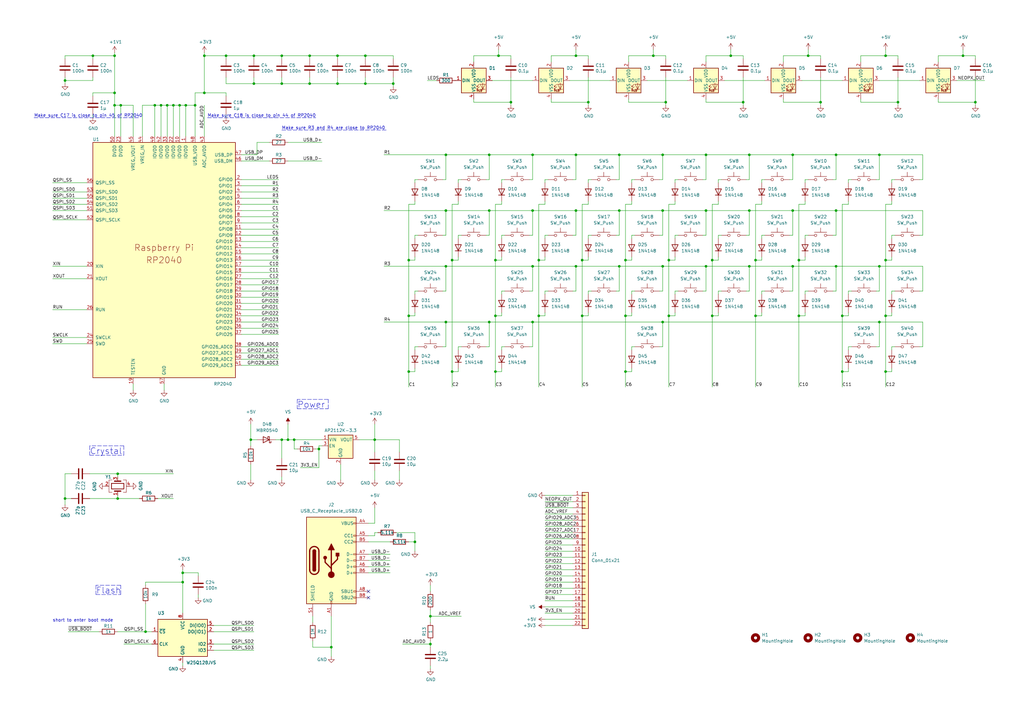
<source format=kicad_sch>
(kicad_sch (version 20211123) (generator eeschema)
  (paper "A3")
  (junction (at 363.22 152.4))
  (junction (at 115.57 22.86))
  (junction (at 200.66 86.36))
  (junction (at 218.44 63.5))
  (junction (at 363.22 22.86))
  (junction (at 80.01 43.18))
  (junction (at 220.98 106.68))
  (junction (at 236.22 22.86))
  (junction (at 149.86 34.29))
  (junction (at 71.12 43.18))
  (junction (at 204.47 22.86))
  (junction (at 182.88 132.08))
  (junction (at 271.78 63.5))
  (junction (at 218.44 109.22))
  (junction (at 176.53 264.16))
  (junction (at 274.32 106.68))
  (junction (at 304.8 41.91))
  (junction (at 209.55 41.91))
  (junction (at 307.34 109.22))
  (junction (at 342.9 63.5))
  (junction (at 220.98 129.54))
  (junction (at 26.67 33.02))
  (junction (at 153.67 180.34))
  (junction (at 292.1 129.54))
  (junction (at 59.69 259.08))
  (junction (at 271.78 132.08))
  (junction (at 83.82 38.1))
  (junction (at 104.14 22.86))
  (junction (at 115.57 180.34))
  (junction (at 63.5 43.18))
  (junction (at 336.55 41.91))
  (junction (at 345.44 152.4))
  (junction (at 26.67 204.47))
  (junction (at 236.22 109.22))
  (junction (at 68.58 43.18))
  (junction (at 331.47 22.86))
  (junction (at 273.05 41.91))
  (junction (at 48.26 204.47))
  (junction (at 200.66 132.08))
  (junction (at 236.22 86.36))
  (junction (at 309.88 106.68))
  (junction (at 241.3 41.91))
  (junction (at 120.65 180.34))
  (junction (at 48.26 194.31))
  (junction (at 299.72 22.86))
  (junction (at 267.97 22.86))
  (junction (at 342.9 86.36))
  (junction (at 167.64 129.54))
  (junction (at 254 86.36))
  (junction (at 76.2 43.18))
  (junction (at 46.99 43.18))
  (junction (at 360.68 132.08))
  (junction (at 115.57 34.29))
  (junction (at 46.99 38.1))
  (junction (at 49.53 43.18))
  (junction (at 170.18 222.25))
  (junction (at 102.87 180.34))
  (junction (at 236.22 63.5))
  (junction (at 127 22.86))
  (junction (at 176.53 252.73))
  (junction (at 342.9 109.22))
  (junction (at 289.56 109.22))
  (junction (at 327.66 106.68))
  (junction (at 83.82 22.86))
  (junction (at 256.54 106.68))
  (junction (at 271.78 86.36))
  (junction (at 92.71 22.86))
  (junction (at 400.05 41.91))
  (junction (at 238.76 106.68))
  (junction (at 218.44 132.08))
  (junction (at 167.64 106.68))
  (junction (at 185.42 106.68))
  (junction (at 238.76 129.54))
  (junction (at 327.66 129.54))
  (junction (at 363.22 106.68))
  (junction (at 104.14 34.29))
  (junction (at 256.54 152.4))
  (junction (at 254 109.22))
  (junction (at 345.44 129.54))
  (junction (at 46.99 22.86))
  (junction (at 161.29 34.29))
  (junction (at 254 63.5))
  (junction (at 307.34 86.36))
  (junction (at 325.12 63.5))
  (junction (at 218.44 86.36))
  (junction (at 325.12 86.36))
  (junction (at 309.88 129.54))
  (junction (at 182.88 109.22))
  (junction (at 292.1 106.68))
  (junction (at 394.97 22.86))
  (junction (at 38.1 22.86))
  (junction (at 130.81 184.15))
  (junction (at 185.42 152.4))
  (junction (at 363.22 129.54))
  (junction (at 127 34.29))
  (junction (at 360.68 109.22))
  (junction (at 200.66 63.5))
  (junction (at 138.43 22.86))
  (junction (at 307.34 63.5))
  (junction (at 271.78 109.22))
  (junction (at 182.88 86.36))
  (junction (at 74.93 234.95))
  (junction (at 66.04 43.18))
  (junction (at 135.89 265.43))
  (junction (at 167.64 152.4))
  (junction (at 289.56 63.5))
  (junction (at 73.66 43.18))
  (junction (at 74.93 238.76))
  (junction (at 203.2 152.4))
  (junction (at 360.68 63.5))
  (junction (at 289.56 86.36))
  (junction (at 325.12 109.22))
  (junction (at 274.32 129.54))
  (junction (at 256.54 129.54))
  (junction (at 203.2 129.54))
  (junction (at 368.3 41.91))
  (junction (at 138.43 34.29))
  (junction (at 203.2 106.68))
  (junction (at 182.88 63.5))
  (junction (at 149.86 22.86))
  (junction (at 118.11 180.34))
  (no_connect (at 151.13 242.57))
  (no_connect (at 151.13 245.11))
  (wire (pts (xy 170.18 119.38) (xy 171.45 119.38)))
  (wire (pts (xy 400.05 22.86) (xy 400.05 24.13)))
  (wire (pts (xy 175.26 33.02) (xy 179.07 33.02)))
  (wire (pts (xy 223.52 254) (xy 234.95 254)))
  (wire (pts (xy 115.57 180.34) (xy 115.57 187.96)))
  (wire (pts (xy 21.59 109.22) (xy 35.56 109.22)))
  (wire (pts (xy 223.52 215.9) (xy 234.95 215.9)))
  (wire (pts (xy 99.06 144.78) (xy 114.3 144.78)))
  (wire (pts (xy 238.76 129.54) (xy 241.3 129.54)))
  (wire (pts (xy 360.68 119.38) (xy 360.68 109.22)))
  (wire (pts (xy 182.88 142.24) (xy 182.88 132.08)))
  (wire (pts (xy 238.76 106.68) (xy 241.3 106.68)))
  (wire (pts (xy 359.41 142.24) (xy 360.68 142.24)))
  (wire (pts (xy 21.59 83.82) (xy 35.56 83.82)))
  (wire (pts (xy 49.53 43.18) (xy 46.99 43.18)))
  (wire (pts (xy 330.2 83.82) (xy 327.66 83.82)))
  (wire (pts (xy 153.67 219.71) (xy 153.67 218.44)))
  (wire (pts (xy 66.04 43.18) (xy 68.58 43.18)))
  (polyline (pts (xy 134.62 167.64) (xy 134.62 163.83)))
  (wire (pts (xy 200.66 73.66) (xy 200.66 63.5)))
  (wire (pts (xy 54.61 43.18) (xy 49.53 43.18)))
  (wire (pts (xy 182.88 73.66) (xy 182.88 63.5)))
  (wire (pts (xy 120.65 180.34) (xy 132.08 180.34)))
  (wire (pts (xy 254 119.38) (xy 254 109.22)))
  (wire (pts (xy 54.61 157.48) (xy 54.61 160.02)))
  (wire (pts (xy 347.98 73.66) (xy 349.25 73.66)))
  (wire (pts (xy 292.1 83.82) (xy 292.1 106.68)))
  (wire (pts (xy 384.81 22.86) (xy 394.97 22.86)))
  (wire (pts (xy 267.97 20.32) (xy 267.97 22.86)))
  (wire (pts (xy 325.12 109.22) (xy 342.9 109.22)))
  (wire (pts (xy 276.86 120.65) (xy 276.86 119.38)))
  (wire (pts (xy 289.56 41.91) (xy 304.8 41.91)))
  (wire (pts (xy 127 31.75) (xy 127 34.29)))
  (wire (pts (xy 294.64 82.55) (xy 294.64 83.82)))
  (wire (pts (xy 276.86 74.93) (xy 276.86 73.66)))
  (wire (pts (xy 128.27 262.89) (xy 128.27 265.43)))
  (wire (pts (xy 170.18 83.82) (xy 167.64 83.82)))
  (wire (pts (xy 194.31 25.4) (xy 194.31 22.86)))
  (wire (pts (xy 83.82 22.86) (xy 83.82 38.1)))
  (wire (pts (xy 200.66 142.24) (xy 200.66 132.08)))
  (wire (pts (xy 217.17 142.24) (xy 218.44 142.24)))
  (wire (pts (xy 99.06 124.46) (xy 114.3 124.46)))
  (wire (pts (xy 330.2 105.41) (xy 330.2 106.68)))
  (wire (pts (xy 259.08 151.13) (xy 259.08 152.4)))
  (wire (pts (xy 201.93 33.02) (xy 218.44 33.02)))
  (wire (pts (xy 218.44 63.5) (xy 236.22 63.5)))
  (wire (pts (xy 323.85 73.66) (xy 325.12 73.66)))
  (wire (pts (xy 87.63 256.54) (xy 104.14 256.54)))
  (wire (pts (xy 223.52 243.84) (xy 234.95 243.84)))
  (wire (pts (xy 270.51 142.24) (xy 271.78 142.24)))
  (wire (pts (xy 99.06 121.92) (xy 114.3 121.92)))
  (wire (pts (xy 209.55 31.75) (xy 209.55 41.91)))
  (wire (pts (xy 307.34 109.22) (xy 325.12 109.22)))
  (wire (pts (xy 194.31 40.64) (xy 194.31 41.91)))
  (wire (pts (xy 138.43 22.86) (xy 149.86 22.86)))
  (wire (pts (xy 36.83 194.31) (xy 48.26 194.31)))
  (wire (pts (xy 167.64 83.82) (xy 167.64 106.68)))
  (wire (pts (xy 274.32 106.68) (xy 274.32 129.54)))
  (wire (pts (xy 234.95 119.38) (xy 236.22 119.38)))
  (wire (pts (xy 99.06 106.68) (xy 114.3 106.68)))
  (wire (pts (xy 312.42 119.38) (xy 313.69 119.38)))
  (polyline (pts (xy 39.37 243.84) (xy 49.53 243.84)))
  (wire (pts (xy 48.26 194.31) (xy 71.12 194.31)))
  (wire (pts (xy 274.32 129.54) (xy 274.32 158.75)))
  (polyline (pts (xy 36.83 186.69) (xy 50.8 186.69)))
  (wire (pts (xy 360.68 142.24) (xy 360.68 132.08)))
  (wire (pts (xy 147.32 180.34) (xy 153.67 180.34)))
  (wire (pts (xy 176.53 240.03) (xy 176.53 242.57)))
  (wire (pts (xy 292.1 129.54) (xy 294.64 129.54)))
  (wire (pts (xy 223.52 74.93) (xy 223.52 73.66)))
  (wire (pts (xy 359.41 119.38) (xy 360.68 119.38)))
  (wire (pts (xy 365.76 82.55) (xy 365.76 83.82)))
  (wire (pts (xy 360.68 33.02) (xy 377.19 33.02)))
  (wire (pts (xy 187.96 97.79) (xy 187.96 96.52)))
  (wire (pts (xy 118.11 180.34) (xy 120.65 180.34)))
  (wire (pts (xy 327.66 129.54) (xy 327.66 158.75)))
  (wire (pts (xy 271.78 142.24) (xy 271.78 132.08)))
  (wire (pts (xy 365.76 151.13) (xy 365.76 152.4)))
  (wire (pts (xy 252.73 119.38) (xy 254 119.38)))
  (wire (pts (xy 241.3 73.66) (xy 242.57 73.66)))
  (wire (pts (xy 341.63 73.66) (xy 342.9 73.66)))
  (wire (pts (xy 256.54 152.4) (xy 259.08 152.4)))
  (wire (pts (xy 203.2 106.68) (xy 203.2 129.54)))
  (wire (pts (xy 274.32 83.82) (xy 274.32 106.68)))
  (polyline (pts (xy 85.09 48.26) (xy 129.54 48.26)))
  (wire (pts (xy 297.18 33.02) (xy 313.69 33.02)))
  (wire (pts (xy 99.06 116.84) (xy 114.3 116.84)))
  (wire (pts (xy 304.8 31.75) (xy 304.8 41.91)))
  (wire (pts (xy 68.58 43.18) (xy 71.12 43.18)))
  (wire (pts (xy 185.42 83.82) (xy 185.42 106.68)))
  (wire (pts (xy 80.01 43.18) (xy 80.01 38.1)))
  (wire (pts (xy 321.31 22.86) (xy 331.47 22.86)))
  (wire (pts (xy 74.93 233.68) (xy 74.93 234.95)))
  (wire (pts (xy 365.76 120.65) (xy 365.76 119.38)))
  (wire (pts (xy 153.67 214.63) (xy 153.67 208.28)))
  (wire (pts (xy 176.53 252.73) (xy 189.23 252.73)))
  (wire (pts (xy 323.85 96.52) (xy 325.12 96.52)))
  (wire (pts (xy 312.42 82.55) (xy 312.42 83.82)))
  (wire (pts (xy 157.48 86.36) (xy 182.88 86.36)))
  (wire (pts (xy 330.2 74.93) (xy 330.2 73.66)))
  (wire (pts (xy 394.97 20.32) (xy 394.97 22.86)))
  (wire (pts (xy 99.06 134.62) (xy 114.3 134.62)))
  (wire (pts (xy 26.67 31.75) (xy 26.67 33.02)))
  (wire (pts (xy 259.08 83.82) (xy 256.54 83.82)))
  (wire (pts (xy 330.2 96.52) (xy 331.47 96.52)))
  (wire (pts (xy 99.06 78.74) (xy 114.3 78.74)))
  (wire (pts (xy 102.87 180.34) (xy 102.87 182.88)))
  (wire (pts (xy 252.73 73.66) (xy 254 73.66)))
  (wire (pts (xy 347.98 142.24) (xy 349.25 142.24)))
  (wire (pts (xy 363.22 106.68) (xy 363.22 129.54)))
  (wire (pts (xy 236.22 73.66) (xy 236.22 63.5)))
  (wire (pts (xy 199.39 73.66) (xy 200.66 73.66)))
  (wire (pts (xy 99.06 99.06) (xy 114.3 99.06)))
  (wire (pts (xy 223.52 83.82) (xy 220.98 83.82)))
  (wire (pts (xy 182.88 63.5) (xy 200.66 63.5)))
  (wire (pts (xy 345.44 129.54) (xy 347.98 129.54)))
  (wire (pts (xy 83.82 21.59) (xy 83.82 22.86)))
  (wire (pts (xy 236.22 96.52) (xy 236.22 86.36)))
  (wire (pts (xy 259.08 105.41) (xy 259.08 106.68)))
  (wire (pts (xy 182.88 86.36) (xy 200.66 86.36)))
  (wire (pts (xy 138.43 31.75) (xy 138.43 34.29)))
  (wire (pts (xy 241.3 74.93) (xy 241.3 73.66)))
  (wire (pts (xy 368.3 31.75) (xy 368.3 41.91)))
  (wire (pts (xy 342.9 119.38) (xy 342.9 109.22)))
  (wire (pts (xy 99.06 111.76) (xy 114.3 111.76)))
  (wire (pts (xy 223.52 208.28) (xy 234.95 208.28)))
  (wire (pts (xy 238.76 83.82) (xy 238.76 106.68)))
  (wire (pts (xy 182.88 109.22) (xy 218.44 109.22)))
  (wire (pts (xy 271.78 73.66) (xy 271.78 63.5)))
  (wire (pts (xy 327.66 106.68) (xy 327.66 129.54)))
  (wire (pts (xy 48.26 259.08) (xy 59.69 259.08)))
  (wire (pts (xy 38.1 24.13) (xy 38.1 22.86)))
  (wire (pts (xy 26.67 22.86) (xy 38.1 22.86)))
  (wire (pts (xy 187.96 73.66) (xy 189.23 73.66)))
  (wire (pts (xy 342.9 86.36) (xy 378.46 86.36)))
  (wire (pts (xy 99.06 127) (xy 114.3 127)))
  (wire (pts (xy 360.68 109.22) (xy 378.46 109.22)))
  (wire (pts (xy 163.83 185.42) (xy 163.83 180.34)))
  (wire (pts (xy 161.29 31.75) (xy 161.29 34.29)))
  (wire (pts (xy 341.63 96.52) (xy 342.9 96.52)))
  (wire (pts (xy 205.74 96.52) (xy 207.01 96.52)))
  (wire (pts (xy 312.42 97.79) (xy 312.42 96.52)))
  (wire (pts (xy 223.52 220.98) (xy 234.95 220.98)))
  (wire (pts (xy 238.76 106.68) (xy 238.76 129.54)))
  (wire (pts (xy 289.56 22.86) (xy 299.72 22.86)))
  (wire (pts (xy 48.26 203.2) (xy 48.26 204.47)))
  (wire (pts (xy 270.51 73.66) (xy 271.78 73.66)))
  (wire (pts (xy 365.76 142.24) (xy 367.03 142.24)))
  (wire (pts (xy 394.97 22.86) (xy 400.05 22.86)))
  (wire (pts (xy 223.52 241.3) (xy 234.95 241.3)))
  (wire (pts (xy 257.81 25.4) (xy 257.81 22.86)))
  (wire (pts (xy 99.06 142.24) (xy 114.3 142.24)))
  (wire (pts (xy 365.76 143.51) (xy 365.76 142.24)))
  (wire (pts (xy 347.98 82.55) (xy 347.98 83.82)))
  (wire (pts (xy 26.67 194.31) (xy 26.67 204.47)))
  (wire (pts (xy 345.44 152.4) (xy 347.98 152.4)))
  (wire (pts (xy 67.31 157.48) (xy 67.31 160.02)))
  (wire (pts (xy 92.71 39.37) (xy 92.71 38.1)))
  (wire (pts (xy 241.3 120.65) (xy 241.3 119.38)))
  (wire (pts (xy 167.64 129.54) (xy 167.64 152.4)))
  (wire (pts (xy 223.52 210.82) (xy 234.95 210.82)))
  (wire (pts (xy 130.81 184.15) (xy 130.81 191.77)))
  (wire (pts (xy 99.06 86.36) (xy 114.3 86.36)))
  (wire (pts (xy 226.06 41.91) (xy 241.3 41.91)))
  (wire (pts (xy 151.13 234.95) (xy 160.02 234.95)))
  (wire (pts (xy 271.78 63.5) (xy 289.56 63.5)))
  (wire (pts (xy 378.46 142.24) (xy 378.46 132.08)))
  (wire (pts (xy 259.08 120.65) (xy 259.08 119.38)))
  (wire (pts (xy 289.56 109.22) (xy 307.34 109.22)))
  (wire (pts (xy 115.57 24.13) (xy 115.57 22.86)))
  (wire (pts (xy 276.86 128.27) (xy 276.86 129.54)))
  (wire (pts (xy 327.66 106.68) (xy 330.2 106.68)))
  (wire (pts (xy 307.34 119.38) (xy 307.34 109.22)))
  (wire (pts (xy 73.66 55.88) (xy 73.66 43.18)))
  (wire (pts (xy 130.81 182.88) (xy 132.08 182.88)))
  (wire (pts (xy 182.88 119.38) (xy 182.88 109.22)))
  (wire (pts (xy 35.56 140.97) (xy 21.59 140.97)))
  (wire (pts (xy 105.41 58.42) (xy 110.49 58.42)))
  (wire (pts (xy 360.68 132.08) (xy 378.46 132.08)))
  (wire (pts (xy 365.76 128.27) (xy 365.76 129.54)))
  (wire (pts (xy 163.83 180.34) (xy 153.67 180.34)))
  (wire (pts (xy 99.06 81.28) (xy 114.3 81.28)))
  (wire (pts (xy 205.74 74.93) (xy 205.74 73.66)))
  (wire (pts (xy 118.11 173.99) (xy 118.11 180.34)))
  (wire (pts (xy 199.39 142.24) (xy 200.66 142.24)))
  (wire (pts (xy 241.3 119.38) (xy 242.57 119.38)))
  (wire (pts (xy 223.52 238.76) (xy 234.95 238.76)))
  (wire (pts (xy 105.41 58.42) (xy 105.41 63.5)))
  (wire (pts (xy 135.89 252.73) (xy 135.89 265.43)))
  (wire (pts (xy 321.31 41.91) (xy 336.55 41.91)))
  (wire (pts (xy 223.52 256.54) (xy 234.95 256.54)))
  (wire (pts (xy 392.43 33.02) (xy 403.86 33.02)))
  (wire (pts (xy 217.17 73.66) (xy 218.44 73.66)))
  (wire (pts (xy 99.06 149.86) (xy 114.3 149.86)))
  (wire (pts (xy 199.39 96.52) (xy 200.66 96.52)))
  (wire (pts (xy 218.44 109.22) (xy 236.22 109.22)))
  (wire (pts (xy 377.19 119.38) (xy 378.46 119.38)))
  (polyline (pts (xy 121.92 167.64) (xy 134.62 167.64)))
  (wire (pts (xy 149.86 34.29) (xy 138.43 34.29)))
  (wire (pts (xy 384.81 40.64) (xy 384.81 41.91)))
  (wire (pts (xy 363.22 83.82) (xy 363.22 106.68)))
  (wire (pts (xy 312.42 83.82) (xy 309.88 83.82)))
  (wire (pts (xy 128.27 265.43) (xy 135.89 265.43)))
  (wire (pts (xy 187.96 96.52) (xy 189.23 96.52)))
  (wire (pts (xy 236.22 86.36) (xy 254 86.36)))
  (wire (pts (xy 294.64 96.52) (xy 295.91 96.52)))
  (polyline (pts (xy 115.57 53.34) (xy 158.75 53.34)))
  (wire (pts (xy 63.5 43.18) (xy 66.04 43.18)))
  (wire (pts (xy 58.42 43.18) (xy 63.5 43.18)))
  (wire (pts (xy 151.13 219.71) (xy 153.67 219.71)))
  (wire (pts (xy 170.18 128.27) (xy 170.18 129.54)))
  (wire (pts (xy 363.22 22.86) (xy 368.3 22.86)))
  (wire (pts (xy 256.54 106.68) (xy 256.54 129.54)))
  (wire (pts (xy 363.22 152.4) (xy 365.76 152.4)))
  (wire (pts (xy 218.44 73.66) (xy 218.44 63.5)))
  (wire (pts (xy 309.88 106.68) (xy 312.42 106.68)))
  (wire (pts (xy 241.3 31.75) (xy 241.3 41.91)))
  (wire (pts (xy 273.05 31.75) (xy 273.05 41.91)))
  (wire (pts (xy 26.67 204.47) (xy 26.67 207.01)))
  (wire (pts (xy 259.08 73.66) (xy 260.35 73.66)))
  (wire (pts (xy 218.44 119.38) (xy 218.44 109.22)))
  (wire (pts (xy 48.26 204.47) (xy 57.15 204.47)))
  (wire (pts (xy 73.66 43.18) (xy 76.2 43.18)))
  (wire (pts (xy 92.71 31.75) (xy 92.71 34.29)))
  (wire (pts (xy 223.52 223.52) (xy 234.95 223.52)))
  (wire (pts (xy 83.82 43.18) (xy 83.82 55.88)))
  (wire (pts (xy 321.31 40.64) (xy 321.31 41.91)))
  (wire (pts (xy 104.14 34.29) (xy 92.71 34.29)))
  (wire (pts (xy 400.05 43.18) (xy 400.05 41.91)))
  (wire (pts (xy 254 73.66) (xy 254 63.5)))
  (wire (pts (xy 363.22 152.4) (xy 363.22 158.75)))
  (wire (pts (xy 115.57 22.86) (xy 127 22.86)))
  (wire (pts (xy 309.88 129.54) (xy 309.88 158.75)))
  (wire (pts (xy 259.08 97.79) (xy 259.08 96.52)))
  (wire (pts (xy 218.44 132.08) (xy 271.78 132.08)))
  (wire (pts (xy 63.5 55.88) (xy 63.5 43.18)))
  (wire (pts (xy 71.12 55.88) (xy 71.12 43.18)))
  (wire (pts (xy 138.43 34.29) (xy 127 34.29)))
  (wire (pts (xy 220.98 106.68) (xy 220.98 129.54)))
  (polyline (pts (xy 36.83 182.88) (xy 36.83 186.69)))
  (wire (pts (xy 220.98 83.82) (xy 220.98 106.68)))
  (wire (pts (xy 29.21 204.47) (xy 26.67 204.47)))
  (wire (pts (xy 347.98 128.27) (xy 347.98 129.54)))
  (wire (pts (xy 204.47 22.86) (xy 209.55 22.86)))
  (wire (pts (xy 99.06 137.16) (xy 114.3 137.16)))
  (wire (pts (xy 365.76 96.52) (xy 367.03 96.52)))
  (wire (pts (xy 99.06 66.04) (xy 110.49 66.04)))
  (wire (pts (xy 223.52 119.38) (xy 224.79 119.38)))
  (wire (pts (xy 267.97 22.86) (xy 273.05 22.86)))
  (wire (pts (xy 74.93 271.78) (xy 74.93 273.05)))
  (wire (pts (xy 304.8 22.86) (xy 304.8 24.13)))
  (wire (pts (xy 259.08 96.52) (xy 260.35 96.52)))
  (wire (pts (xy 115.57 180.34) (xy 118.11 180.34)))
  (wire (pts (xy 218.44 86.36) (xy 236.22 86.36)))
  (wire (pts (xy 342.9 63.5) (xy 360.68 63.5)))
  (wire (pts (xy 181.61 96.52) (xy 182.88 96.52)))
  (wire (pts (xy 365.76 105.41) (xy 365.76 106.68)))
  (wire (pts (xy 223.52 213.36) (xy 234.95 213.36)))
  (wire (pts (xy 220.98 129.54) (xy 223.52 129.54)))
  (wire (pts (xy 165.1 264.16) (xy 176.53 264.16)))
  (wire (pts (xy 365.76 74.93) (xy 365.76 73.66)))
  (wire (pts (xy 271.78 109.22) (xy 289.56 109.22)))
  (wire (pts (xy 50.8 264.16) (xy 62.23 264.16)))
  (wire (pts (xy 241.3 43.18) (xy 241.3 41.91)))
  (wire (pts (xy 151.13 214.63) (xy 153.67 214.63)))
  (wire (pts (xy 187.96 142.24) (xy 189.23 142.24)))
  (wire (pts (xy 176.53 250.19) (xy 176.53 252.73)))
  (wire (pts (xy 306.07 96.52) (xy 307.34 96.52)))
  (wire (pts (xy 347.98 119.38) (xy 349.25 119.38)))
  (wire (pts (xy 259.08 82.55) (xy 259.08 83.82)))
  (wire (pts (xy 157.48 132.08) (xy 182.88 132.08)))
  (wire (pts (xy 377.19 142.24) (xy 378.46 142.24)))
  (wire (pts (xy 276.86 82.55) (xy 276.86 83.82)))
  (wire (pts (xy 347.98 74.93) (xy 347.98 73.66)))
  (wire (pts (xy 347.98 120.65) (xy 347.98 119.38)))
  (wire (pts (xy 35.56 114.3) (xy 21.59 114.3)))
  (wire (pts (xy 307.34 96.52) (xy 307.34 86.36)))
  (wire (pts (xy 200.66 86.36) (xy 218.44 86.36)))
  (polyline (pts (xy 49.53 243.84) (xy 49.53 240.03)))
  (wire (pts (xy 104.14 22.86) (xy 115.57 22.86)))
  (wire (pts (xy 176.53 252.73) (xy 176.53 255.27)))
  (polyline (pts (xy 50.8 182.88) (xy 36.83 182.88)))
  (wire (pts (xy 46.99 21.59) (xy 46.99 22.86)))
  (wire (pts (xy 64.77 204.47) (xy 71.12 204.47)))
  (wire (pts (xy 181.61 142.24) (xy 182.88 142.24)))
  (wire (pts (xy 294.64 120.65) (xy 294.64 119.38)))
  (wire (pts (xy 209.55 22.86) (xy 209.55 24.13)))
  (wire (pts (xy 323.85 119.38) (xy 325.12 119.38)))
  (wire (pts (xy 365.76 97.79) (xy 365.76 96.52)))
  (wire (pts (xy 185.42 106.68) (xy 185.42 152.4)))
  (wire (pts (xy 312.42 73.66) (xy 313.69 73.66)))
  (wire (pts (xy 99.06 88.9) (xy 114.3 88.9)))
  (wire (pts (xy 118.11 66.04) (xy 132.08 66.04)))
  (wire (pts (xy 223.52 82.55) (xy 223.52 83.82)))
  (wire (pts (xy 120.65 184.15) (xy 120.65 180.34)))
  (wire (pts (xy 256.54 106.68) (xy 259.08 106.68)))
  (wire (pts (xy 123.19 191.77) (xy 130.81 191.77)))
  (wire (pts (xy 113.03 180.34) (xy 115.57 180.34)))
  (wire (pts (xy 205.74 142.24) (xy 207.01 142.24)))
  (wire (pts (xy 271.78 86.36) (xy 289.56 86.36)))
  (wire (pts (xy 236.22 109.22) (xy 254 109.22)))
  (wire (pts (xy 127 24.13) (xy 127 22.86)))
  (wire (pts (xy 187.96 74.93) (xy 187.96 73.66)))
  (wire (pts (xy 223.52 236.22) (xy 234.95 236.22)))
  (wire (pts (xy 71.12 43.18) (xy 73.66 43.18)))
  (wire (pts (xy 205.74 120.65) (xy 205.74 119.38)))
  (wire (pts (xy 99.06 76.2) (xy 114.3 76.2)))
  (wire (pts (xy 289.56 96.52) (xy 289.56 86.36)))
  (wire (pts (xy 294.64 73.66) (xy 295.91 73.66)))
  (wire (pts (xy 139.7 190.5) (xy 139.7 196.85)))
  (wire (pts (xy 330.2 97.79) (xy 330.2 96.52)))
  (wire (pts (xy 87.63 264.16) (xy 104.14 264.16)))
  (wire (pts (xy 49.53 55.88) (xy 49.53 43.18)))
  (wire (pts (xy 294.64 74.93) (xy 294.64 73.66)))
  (wire (pts (xy 80.01 55.88) (xy 80.01 43.18)))
  (wire (pts (xy 170.18 218.44) (xy 170.18 222.25)))
  (wire (pts (xy 83.82 22.86) (xy 92.71 22.86)))
  (wire (pts (xy 270.51 119.38) (xy 271.78 119.38)))
  (wire (pts (xy 59.69 238.76) (xy 74.93 238.76)))
  (wire (pts (xy 368.3 43.18) (xy 368.3 41.91)))
  (wire (pts (xy 99.06 114.3) (xy 114.3 114.3)))
  (wire (pts (xy 223.52 251.46) (xy 234.95 251.46)))
  (wire (pts (xy 104.14 24.13) (xy 104.14 22.86)))
  (wire (pts (xy 289.56 63.5) (xy 307.34 63.5)))
  (wire (pts (xy 400.05 31.75) (xy 400.05 41.91)))
  (wire (pts (xy 40.64 259.08) (xy 27.94 259.08)))
  (wire (pts (xy 99.06 96.52) (xy 114.3 96.52)))
  (wire (pts (xy 59.69 240.03) (xy 59.69 238.76)))
  (polyline (pts (xy 49.53 240.03) (xy 39.37 240.03)))
  (wire (pts (xy 205.74 73.66) (xy 207.01 73.66)))
  (wire (pts (xy 46.99 22.86) (xy 46.99 38.1)))
  (wire (pts (xy 170.18 120.65) (xy 170.18 119.38)))
  (wire (pts (xy 233.68 33.02) (xy 250.19 33.02)))
  (wire (pts (xy 312.42 128.27) (xy 312.42 129.54)))
  (wire (pts (xy 35.56 74.93) (xy 21.59 74.93)))
  (wire (pts (xy 378.46 119.38) (xy 378.46 109.22)))
  (wire (pts (xy 299.72 20.32) (xy 299.72 22.86)))
  (wire (pts (xy 204.47 20.32) (xy 204.47 22.86)))
  (wire (pts (xy 104.14 31.75) (xy 104.14 34.29)))
  (polyline (pts (xy 50.8 186.69) (xy 50.8 182.88)))
  (wire (pts (xy 205.74 105.41) (xy 205.74 106.68)))
  (wire (pts (xy 223.52 246.38) (xy 234.95 246.38)))
  (wire (pts (xy 151.13 222.25) (xy 160.02 222.25)))
  (wire (pts (xy 307.34 63.5) (xy 325.12 63.5)))
  (wire (pts (xy 167.64 152.4) (xy 167.64 158.75)))
  (wire (pts (xy 151.13 229.87) (xy 160.02 229.87)))
  (wire (pts (xy 276.86 119.38) (xy 278.13 119.38)))
  (wire (pts (xy 378.46 73.66) (xy 378.46 63.5)))
  (wire (pts (xy 167.64 129.54) (xy 170.18 129.54)))
  (wire (pts (xy 205.74 151.13) (xy 205.74 152.4)))
  (wire (pts (xy 149.86 24.13) (xy 149.86 22.86)))
  (wire (pts (xy 128.27 252.73) (xy 128.27 255.27)))
  (wire (pts (xy 347.98 151.13) (xy 347.98 152.4)))
  (polyline (pts (xy 121.92 163.83) (xy 121.92 167.64)))
  (wire (pts (xy 330.2 82.55) (xy 330.2 83.82)))
  (wire (pts (xy 342.9 73.66) (xy 342.9 63.5)))
  (wire (pts (xy 252.73 96.52) (xy 254 96.52)))
  (wire (pts (xy 170.18 82.55) (xy 170.18 83.82)))
  (wire (pts (xy 170.18 143.51) (xy 170.18 142.24)))
  (wire (pts (xy 149.86 34.29) (xy 161.29 34.29)))
  (wire (pts (xy 384.81 41.91) (xy 400.05 41.91)))
  (wire (pts (xy 58.42 55.88) (xy 58.42 43.18)))
  (wire (pts (xy 276.86 97.79) (xy 276.86 96.52)))
  (wire (pts (xy 347.98 143.51) (xy 347.98 142.24)))
  (wire (pts (xy 345.44 129.54) (xy 345.44 152.4)))
  (wire (pts (xy 223.52 128.27) (xy 223.52 129.54)))
  (wire (pts (xy 365.76 119.38) (xy 367.03 119.38)))
  (wire (pts (xy 331.47 20.32) (xy 331.47 22.86)))
  (wire (pts (xy 153.67 173.99) (xy 153.67 180.34)))
  (wire (pts (xy 38.1 33.02) (xy 38.1 31.75)))
  (wire (pts (xy 223.52 105.41) (xy 223.52 106.68)))
  (wire (pts (xy 289.56 25.4) (xy 289.56 22.86)))
  (wire (pts (xy 203.2 83.82) (xy 203.2 106.68)))
  (wire (pts (xy 200.66 63.5) (xy 218.44 63.5)))
  (wire (pts (xy 130.81 184.15) (xy 130.81 182.88)))
  (wire (pts (xy 54.61 55.88) (xy 54.61 43.18)))
  (wire (pts (xy 359.41 73.66) (xy 360.68 73.66)))
  (wire (pts (xy 223.52 120.65) (xy 223.52 119.38)))
  (wire (pts (xy 153.67 180.34) (xy 153.67 185.42)))
  (wire (pts (xy 218.44 142.24) (xy 218.44 132.08)))
  (wire (pts (xy 187.96 83.82) (xy 185.42 83.82)))
  (wire (pts (xy 368.3 22.86) (xy 368.3 24.13)))
  (wire (pts (xy 29.21 194.31) (xy 26.67 194.31)))
  (wire (pts (xy 273.05 43.18) (xy 273.05 41.91)))
  (wire (pts (xy 259.08 128.27) (xy 259.08 129.54)))
  (wire (pts (xy 270.51 96.52) (xy 271.78 96.52)))
  (wire (pts (xy 99.06 83.82) (xy 114.3 83.82)))
  (wire (pts (xy 87.63 266.7) (xy 104.14 266.7)))
  (wire (pts (xy 236.22 119.38) (xy 236.22 109.22)))
  (wire (pts (xy 294.64 105.41) (xy 294.64 106.68)))
  (wire (pts (xy 163.83 193.04) (xy 163.83 196.85)))
  (wire (pts (xy 342.9 96.52) (xy 342.9 86.36)))
  (wire (pts (xy 102.87 180.34) (xy 105.41 180.34)))
  (wire (pts (xy 176.53 265.43) (xy 176.53 264.16)))
  (wire (pts (xy 99.06 129.54) (xy 114.3 129.54)))
  (wire (pts (xy 99.06 93.98) (xy 114.3 93.98)))
  (wire (pts (xy 92.71 22.86) (xy 104.14 22.86)))
  (wire (pts (xy 217.17 96.52) (xy 218.44 96.52)))
  (wire (pts (xy 187.96 105.41) (xy 187.96 106.68)))
  (wire (pts (xy 363.22 129.54) (xy 365.76 129.54)))
  (wire (pts (xy 115.57 195.58) (xy 115.57 196.85)))
  (wire (pts (xy 99.06 132.08) (xy 114.3 132.08)))
  (wire (pts (xy 48.26 195.58) (xy 48.26 194.31)))
  (wire (pts (xy 203.2 129.54) (xy 205.74 129.54)))
  (wire (pts (xy 294.64 119.38) (xy 295.91 119.38)))
  (wire (pts (xy 26.67 33.02) (xy 38.1 33.02)))
  (wire (pts (xy 167.64 106.68) (xy 167.64 129.54)))
  (wire (pts (xy 185.42 152.4) (xy 187.96 152.4)))
  (wire (pts (xy 59.69 259.08) (xy 62.23 259.08)))
  (wire (pts (xy 241.3 97.79) (xy 241.3 96.52)))
  (wire (pts (xy 185.42 152.4) (xy 185.42 158.75)))
  (wire (pts (xy 203.2 129.54) (xy 203.2 152.4)))
  (wire (pts (xy 223.52 248.92) (xy 234.95 248.92)))
  (wire (pts (xy 99.06 104.14) (xy 114.3 104.14)))
  (wire (pts (xy 127 22.86) (xy 138.43 22.86)))
  (wire (pts (xy 115.57 31.75) (xy 115.57 34.29)))
  (wire (pts (xy 205.74 82.55) (xy 205.74 83.82)))
  (wire (pts (xy 121.92 184.15) (xy 120.65 184.15)))
  (wire (pts (xy 194.31 22.86) (xy 204.47 22.86)))
  (wire (pts (xy 138.43 24.13) (xy 138.43 22.86)))
  (wire (pts (xy 153.67 218.44) (xy 154.94 218.44)))
  (wire (pts (xy 271.78 96.52) (xy 271.78 86.36)))
  (wire (pts (xy 220.98 106.68) (xy 223.52 106.68)))
  (wire (pts (xy 353.06 40.64) (xy 353.06 41.91)))
  (wire (pts (xy 312.42 96.52) (xy 313.69 96.52)))
  (wire (pts (xy 276.86 83.82) (xy 274.32 83.82)))
  (wire (pts (xy 200.66 132.08) (xy 218.44 132.08)))
  (wire (pts (xy 205.74 143.51) (xy 205.74 142.24)))
  (wire (pts (xy 157.48 63.5) (xy 182.88 63.5)))
  (wire (pts (xy 218.44 96.52) (xy 218.44 86.36)))
  (wire (pts (xy 26.67 24.13) (xy 26.67 22.86)))
  (wire (pts (xy 234.95 96.52) (xy 236.22 96.52)))
  (wire (pts (xy 294.64 128.27) (xy 294.64 129.54)))
  (wire (pts (xy 170.18 96.52) (xy 171.45 96.52)))
  (wire (pts (xy 299.72 22.86) (xy 304.8 22.86)))
  (wire (pts (xy 35.56 138.43) (xy 21.59 138.43)))
  (wire (pts (xy 46.99 38.1) (xy 46.99 43.18)))
  (wire (pts (xy 353.06 41.91) (xy 368.3 41.91)))
  (wire (pts (xy 223.52 96.52) (xy 224.79 96.52)))
  (wire (pts (xy 161.29 24.13) (xy 161.29 22.86)))
  (wire (pts (xy 325.12 86.36) (xy 342.9 86.36)))
  (wire (pts (xy 276.86 105.41) (xy 276.86 106.68)))
  (wire (pts (xy 353.06 22.86) (xy 363.22 22.86)))
  (wire (pts (xy 327.66 129.54) (xy 330.2 129.54)))
  (wire (pts (xy 35.56 90.17) (xy 21.59 90.17)))
  (wire (pts (xy 81.28 236.22) (xy 81.28 234.95)))
  (wire (pts (xy 102.87 190.5) (xy 102.87 196.85)))
  (wire (pts (xy 289.56 119.38) (xy 289.56 109.22)))
  (wire (pts (xy 223.52 203.2) (xy 234.95 203.2)))
  (wire (pts (xy 167.64 222.25) (xy 170.18 222.25)))
  (wire (pts (xy 80.01 38.1) (xy 83.82 38.1)))
  (wire (pts (xy 36.83 204.47) (xy 48.26 204.47)))
  (wire (pts (xy 306.07 73.66) (xy 307.34 73.66)))
  (wire (pts (xy 203.2 152.4) (xy 205.74 152.4)))
  (wire (pts (xy 59.69 247.65) (xy 59.69 259.08)))
  (wire (pts (xy 273.05 22.86) (xy 273.05 24.13)))
  (wire (pts (xy 271.78 132.08) (xy 360.68 132.08)))
  (wire (pts (xy 259.08 142.24) (xy 260.35 142.24)))
  (wire (pts (xy 187.96 151.13) (xy 187.96 152.4)))
  (wire (pts (xy 342.9 109.22) (xy 360.68 109.22)))
  (wire (pts (xy 288.29 96.52) (xy 289.56 96.52)))
  (wire (pts (xy 187.96 143.51) (xy 187.96 142.24)))
  (wire (pts (xy 238.76 129.54) (xy 238.76 158.75)))
  (wire (pts (xy 223.52 73.66) (xy 224.79 73.66)))
  (wire (pts (xy 336.55 22.86) (xy 336.55 24.13)))
  (wire (pts (xy 21.59 78.74) (xy 35.56 78.74)))
  (wire (pts (xy 187.96 82.55) (xy 187.96 83.82)))
  (wire (pts (xy 176.53 264.16) (xy 176.53 262.89)))
  (wire (pts (xy 363.22 20.32) (xy 363.22 22.86)))
  (wire (pts (xy 325.12 119.38) (xy 325.12 109.22)))
  (wire (pts (xy 167.64 106.68) (xy 170.18 106.68)))
  (wire (pts (xy 99.06 101.6) (xy 114.3 101.6)))
  (wire (pts (xy 377.19 96.52) (xy 378.46 96.52)))
  (wire (pts (xy 99.06 91.44) (xy 114.3 91.44)))
  (wire (pts (xy 220.98 129.54) (xy 220.98 158.75)))
  (wire (pts (xy 236.22 20.32) (xy 236.22 22.86)))
  (wire (pts (xy 271.78 119.38) (xy 271.78 109.22)))
  (wire (pts (xy 194.31 41.91) (xy 209.55 41.91)))
  (wire (pts (xy 170.18 222.25) (xy 170.18 226.06)))
  (wire (pts (xy 292.1 106.68) (xy 292.1 129.54)))
  (wire (pts (xy 365.76 83.82) (xy 363.22 83.82)))
  (wire (pts (xy 257.81 40.64) (xy 257.81 41.91)))
  (wire (pts (xy 309.88 106.68) (xy 309.88 129.54)))
  (wire (pts (xy 21.59 81.28) (xy 35.56 81.28)))
  (wire (pts (xy 254 86.36) (xy 271.78 86.36)))
  (wire (pts (xy 331.47 22.86) (xy 336.55 22.86)))
  (wire (pts (xy 312.42 120.65) (xy 312.42 119.38)))
  (wire (pts (xy 81.28 243.84) (xy 81.28 245.11)))
  (wire (pts (xy 76.2 43.18) (xy 80.01 43.18)))
  (wire (pts (xy 325.12 63.5) (xy 342.9 63.5)))
  (wire (pts (xy 200.66 96.52) (xy 200.66 86.36)))
  (wire (pts (xy 306.07 119.38) (xy 307.34 119.38)))
  (wire (pts (xy 182.88 96.52) (xy 182.88 86.36)))
  (wire (pts (xy 74.93 238.76) (xy 74.93 251.46)))
  (wire (pts (xy 312.42 74.93) (xy 312.42 73.66)))
  (wire (pts (xy 170.18 97.79) (xy 170.18 96.52)))
  (wire (pts (xy 92.71 24.13) (xy 92.71 22.86)))
  (wire (pts (xy 181.61 73.66) (xy 182.88 73.66)))
  (wire (pts (xy 205.74 97.79) (xy 205.74 96.52)))
  (wire (pts (xy 241.3 22.86) (xy 241.3 24.13)))
  (polyline (pts (xy 39.37 240.03) (xy 39.37 243.84)))
  (wire (pts (xy 236.22 63.5) (xy 254 63.5)))
  (wire (pts (xy 256.54 152.4) (xy 256.54 158.75)))
  (wire (pts (xy 330.2 120.65) (xy 330.2 119.38)))
  (wire (pts (xy 330.2 119.38) (xy 331.47 119.38)))
  (wire (pts (xy 205.74 119.38) (xy 207.01 119.38)))
  (wire (pts (xy 129.54 184.15) (xy 130.81 184.15)))
  (wire (pts (xy 223.52 233.68) (xy 234.95 233.68)))
  (wire (pts (xy 99.06 73.66) (xy 114.3 73.66)))
  (wire (pts (xy 309.88 129.54) (xy 312.42 129.54)))
  (wire (pts (xy 292.1 129.54) (xy 292.1 158.75)))
  (wire (pts (xy 289.56 86.36) (xy 307.34 86.36)))
  (wire (pts (xy 151.13 232.41) (xy 160.02 232.41)))
  (wire (pts (xy 223.52 226.06) (xy 234.95 226.06)))
  (wire (pts (xy 341.63 119.38) (xy 342.9 119.38)))
  (wire (pts (xy 99.06 119.38) (xy 114.3 119.38)))
  (wire (pts (xy 360.68 73.66) (xy 360.68 63.5)))
  (wire (pts (xy 203.2 106.68) (xy 205.74 106.68)))
  (wire (pts (xy 256.54 129.54) (xy 256.54 152.4)))
  (wire (pts (xy 170.18 151.13) (xy 170.18 152.4)))
  (wire (pts (xy 161.29 34.29) (xy 161.29 35.56)))
  (wire (pts (xy 274.32 129.54) (xy 276.86 129.54)))
  (wire (pts (xy 241.3 96.52) (xy 242.57 96.52)))
  (wire (pts (xy 170.18 105.41) (xy 170.18 106.68)))
  (wire (pts (xy 99.06 147.32) (xy 114.3 147.32)))
  (wire (pts (xy 363.22 106.68) (xy 365.76 106.68)))
  (wire (pts (xy 363.22 129.54) (xy 363.22 152.4)))
  (wire (pts (xy 170.18 73.66) (xy 171.45 73.66)))
  (wire (pts (xy 66.04 55.88) (xy 66.04 43.18)))
  (wire (pts (xy 226.06 25.4) (xy 226.06 22.86)))
  (wire (pts (xy 259.08 74.93) (xy 259.08 73.66)))
  (wire (pts (xy 289.56 73.66) (xy 289.56 63.5)))
  (wire (pts (xy 81.28 234.95) (xy 74.93 234.95)))
  (wire (pts (xy 327.66 83.82) (xy 327.66 106.68)))
  (wire (pts (xy 378.46 96.52) (xy 378.46 86.36)))
  (wire (pts (xy 254 109.22) (xy 271.78 109.22)))
  (wire (pts (xy 176.53 273.05) (xy 176.53 274.32)))
  (wire (pts (xy 102.87 173.99) (xy 102.87 180.34)))
  (wire (pts (xy 223.52 231.14) (xy 234.95 231.14)))
  (wire (pts (xy 170.18 142.24) (xy 171.45 142.24)))
  (wire (pts (xy 289.56 40.64) (xy 289.56 41.91)))
  (wire (pts (xy 99.06 109.22) (xy 114.3 109.22)))
  (wire (pts (xy 74.93 234.95) (xy 74.93 238.76)))
  (wire (pts (xy 288.29 73.66) (xy 289.56 73.66)))
  (wire (pts (xy 205.74 128.27) (xy 205.74 129.54)))
  (wire (pts (xy 294.64 83.82) (xy 292.1 83.82)))
  (wire (pts (xy 87.63 259.08) (xy 104.14 259.08)))
  (wire (pts (xy 347.98 83.82) (xy 345.44 83.82)))
  (wire (pts (xy 153.67 193.04) (xy 153.67 196.85)))
  (wire (pts (xy 46.99 43.18) (xy 46.99 55.88)))
  (wire (pts (xy 384.81 25.4) (xy 384.81 22.86)))
  (wire (pts (xy 26.67 33.02) (xy 26.67 34.29)))
  (wire (pts (xy 38.1 38.1) (xy 46.99 38.1)))
  (wire (pts (xy 149.86 22.86) (xy 161.29 22.86)))
  (polyline (pts (xy 13.97 48.26) (xy 57.15 48.26)))
  (wire (pts (xy 330.2 73.66) (xy 331.47 73.66)))
  (wire (pts (xy 321.31 25.4) (xy 321.31 22.86)))
  (wire (pts (xy 135.89 265.43) (xy 135.89 269.24)))
  (wire (pts (xy 21.59 86.36) (xy 35.56 86.36)))
  (wire (pts (xy 256.54 129.54) (xy 259.08 129.54)))
  (wire (pts (xy 226.06 40.64) (xy 226.06 41.91)))
  (wire (pts (xy 83.82 38.1) (xy 92.71 38.1)))
  (wire (pts (xy 223.52 97.79) (xy 223.52 96.52)))
  (wire (pts (xy 118.11 58.42) (xy 132.08 58.42)))
  (wire (pts (xy 336.55 31.75) (xy 336.55 41.91)))
  (wire (pts (xy 365.76 73.66) (xy 367.03 73.66)))
  (wire (pts (xy 68.58 55.88) (xy 68.58 43.18)))
  (wire (pts (xy 307.34 86.36) (xy 325.12 86.36)))
  (wire (pts (xy 99.06 63.5) (xy 105.41 63.5)))
  (wire (pts (xy 185.42 106.68) (xy 187.96 106.68)))
  (wire (pts (xy 265.43 33.02) (xy 281.94 33.02)))
  (wire (pts (xy 162.56 218.44) (xy 170.18 218.44)))
  (wire (pts (xy 353.06 25.4) (xy 353.06 22.86)))
  (wire (pts (xy 377.19 73.66) (xy 378.46 73.66)))
  (wire (pts (xy 38.1 22.86) (xy 46.99 22.86)))
  (wire (pts (xy 170.18 74.93) (xy 170.18 73.66)))
  (wire (pts (xy 167.64 152.4) (xy 170.18 152.4)))
  (wire (pts (xy 157.48 109.22) (xy 182.88 109.22)))
  (wire (pts (xy 226.06 22.86) (xy 236.22 22.86)))
  (wire (pts (xy 236.22 22.86) (xy 241.3 22.86)))
  (wire (pts (xy 127 34.29) (xy 115.57 34.29)))
  (wire (pts (xy 149.86 31.75) (xy 149.86 34.29)))
  (wire (pts (xy 223.52 218.44) (xy 234.95 218.44)))
  (wire (pts (xy 241.3 128.27) (xy 241.3 129.54)))
  (wire (pts (xy 205.74 83.82) (xy 203.2 83.82)))
  (polyline (pts (xy 134.62 163.83) (xy 121.92 163.83)))
  (wire (pts (xy 360.68 63.5) (xy 378.46 63.5)))
  (wire (pts (xy 257.81 22.86) (xy 267.97 22.86)))
  (wire (pts (xy 304.8 43.18) (xy 304.8 41.91)))
  (wire (pts (xy 35.56 127) (xy 21.59 127)))
  (wire (pts (xy 276.86 96.52) (xy 278.13 96.52)))
  (wire (pts (xy 325.12 73.66) (xy 325.12 63.5)))
  (wire (pts (xy 257.81 41.91) (xy 273.05 41.91)))
  (wire (pts (xy 328.93 33.02) (xy 345.44 33.02)))
  (wire (pts (xy 241.3 83.82) (xy 238.76 83.82)))
  (wire (pts (xy 288.29 119.38) (xy 289.56 119.38)))
  (wire (pts (xy 274.32 106.68) (xy 276.86 106.68)))
  (wire (pts (xy 254 96.52) (xy 254 86.36)))
  (wire (pts (xy 151.13 227.33) (xy 160.02 227.33)))
  (wire (pts (xy 241.3 105.41) (xy 241.3 106.68)))
  (wire (pts (xy 38.1 46.99) (xy 38.1 48.26)))
  (wire (pts (xy 309.88 83.82) (xy 309.88 106.68)))
  (wire (pts (xy 345.44 83.82) (xy 345.44 129.54)))
  (wire (pts (xy 181.61 119.38) (xy 182.88 119.38)))
  (wire (pts (xy 276.86 73.66) (xy 278.13 73.66)))
  (wire (pts (xy 336.55 43.18) (xy 336.55 41.91)))
  (wire (pts (xy 217.17 119.38) (xy 218.44 119.38)))
  (wire (pts (xy 209.55 43.18) (xy 209.55 41.91)))
  (wire (pts (xy 182.88 132.08) (xy 200.66 132.08)))
  (wire (pts (xy 92.71 46.99) (xy 92.71 48.26)))
  (wire (pts (xy 223.52 228.6) (xy 234.95 228.6)))
  (wire (pts (xy 115.57 34.29) (xy 104.14 34.29)))
  (wire (pts (xy 330.2 128.27) (xy 330.2 129.54)))
  (wire (pts (xy 259.08 119.38) (xy 260.35 119.38)))
  (wire (pts (xy 292.1 106.68) (xy 294.64 106.68)))
  (wire (pts (xy 38.1 39.37) (xy 38.1 38.1)))
  (wire (pts (xy 325.12 96.52) (xy 325.12 86.36)))
  (wire (pts (xy 307.34 73.66) (xy 307.34 63.5)))
  (wire (pts (xy 76.2 43.18) (xy 76.2 55.88)))
  (wire (pts (xy 234.95 73.66) (xy 236.22 73.66)))
  (wire (pts (xy 256.54 83.82) (xy 256.54 106.68)))
  (wire (pts (xy 254 63.5) (xy 271.78 63.5)))
  (wire (pts (xy 294.64 97.79) (xy 294.64 96.52)))
  (wire (pts (xy 203.2 152.4) (xy 203.2 158.75)))
  (wire (pts (xy 259.08 143.51) (xy 259.08 142.24)))
  (wire (pts (xy 312.42 105.41) (xy 312.42 106.68)))
  (wire (pts (xy 241.3 82.55) (xy 241.3 83.82)))
  (wire (pts (xy 345.44 152.4) (xy 345.44 158.75)))
  (wire (pts (xy 223.52 205.74) (xy 234.95 205.74)))
  (text "Crystal" (at 36.83 186.69 0) (effects (font (size 2.54 2.54)) (justify left bottom)))
  (text "Make sure C17 is close to pin 45 of RP2040" (at 13.97 48.26 0) (effects (font (size 1.27 1.27)) (justify left bottom)))
  (text "Make sure C18 is close to pin 44 of RP2040" (at 85.09 48.26 0) (effects (font (size 1.27 1.27)) (justify left bottom)))
  (text "short to enter boot mode" (at 21.59 255.27 0) (effects (font (size 1.27 1.27)) (justify left bottom)))
  (text "Make sure R3 and R4 are close to RP2040" (at 115.57 53.34 0) (effects (font (size 1.27 1.27)) (justify left bottom)))
  (text "Power" (at 121.92 167.64 0) (effects (font (size 2.54 2.54)) (justify left bottom)))
  (text "Flash" (at 39.37 243.84 0) (effects (font (size 2.54 2.54)) (justify left bottom)))
  (label "RUN" (at 21.59 127 0))
  (label "C9" (at 114.3 106.68 180))
  (label "R2" (at 157.48 86.36 0))
  (label "C11" (at 345.44 158.75 0))
  (label "XOUT" (at 21.59 114.3 0))
  (label "NEOPX_OUT" (at 403.86 33.02 180))
  (label "USB_D-" (at 160.02 229.87 180))
  (label "USB_D+" (at 160.02 232.41 180))
  (label "GPIO27_ADC1" (at 223.52 218.44 0))
  (label "XOUT" (at 71.12 204.47 180))
  (label "NEOPX_OUT" (at 223.52 205.74 0))
  (label "GPIO24" (at 114.3 134.62 180))
  (label "ADC_VREF" (at 223.52 210.82 0))
  (label "QSPI_SS" (at 50.8 259.08 0))
  (label "ADC_VREF" (at 189.23 252.73 180))
  (label "QSPI_SD0" (at 21.59 78.74 0))
  (label "C9" (at 309.88 158.75 0))
  (label "R3" (at 114.3 81.28 180))
  (label "GPIO29_ADC3" (at 223.52 213.36 0))
  (label "C7" (at 274.32 158.75 0))
  (label "QSPI_SS" (at 21.59 74.93 0))
  (label "QSPI_SD2" (at 21.59 83.82 0))
  (label "SWD" (at 21.59 140.97 0))
  (label "C6" (at 256.54 158.75 0))
  (label "GPIO19" (at 114.3 121.92 180))
  (label "QSPI_SD0" (at 104.14 256.54 180))
  (label "C3" (at 203.2 158.75 0))
  (label "QSPI_SD1" (at 104.14 259.08 180))
  (label "SWCLK" (at 21.59 138.43 0))
  (label "GPIO17" (at 114.3 116.84 180))
  (label "R3" (at 157.48 109.22 0))
  (label "C8" (at 292.1 158.75 0))
  (label "C3" (at 114.3 91.44 180))
  (label "C11" (at 114.3 111.76 180))
  (label "C10" (at 327.66 158.75 0))
  (label "USB_D+" (at 160.02 234.95 180))
  (label "R4" (at 157.48 132.08 0))
  (label "USB_DP" (at 100.33 63.5 0))
  (label "R1" (at 114.3 76.2 180))
  (label "GPIO18" (at 114.3 119.38 180))
  (label "~{USB_BOOT}" (at 27.94 259.08 0))
  (label "GPIO18" (at 223.52 241.3 0))
  (label "C5" (at 114.3 96.52 180))
  (label "ADC_AVDD" (at 83.82 43.18 270))
  (label "USB_D+" (at 132.08 58.42 180))
  (label "C12" (at 363.22 158.75 0))
  (label "GPIO29_ADC3" (at 114.3 149.86 180))
  (label "QSPI_SD2" (at 104.14 264.16 180))
  (label "LEDS" (at 175.26 33.02 0))
  (label "C10" (at 114.3 109.22 180))
  (label "QSPI_SD1" (at 21.59 81.28 0))
  (label "QSPI_SCLK" (at 21.59 90.17 0))
  (label "R2" (at 114.3 78.74 180))
  (label "GPIO28_ADC2" (at 223.52 215.9 0))
  (label "QSPI_SD3" (at 104.14 266.7 180))
  (label "C6" (at 114.3 99.06 180))
  (label "GPIO25" (at 223.52 223.52 0))
  (label "USB_D-" (at 132.08 66.04 180))
  (label "R1" (at 157.48 63.5 0))
  (label "LEDS" (at 114.3 73.66 180))
  (label "C4" (at 114.3 93.98 180))
  (label "C12" (at 114.3 114.3 180))
  (label "GPIO19" (at 223.52 238.76 0))
  (label "C2" (at 114.3 88.9 180))
  (label "C4" (at 220.98 158.75 0))
  (label "GPIO28_ADC2" (at 114.3 147.32 180))
  (label "C1" (at 167.64 158.75 0))
  (label "GPIO20" (at 114.3 124.46 180))
  (label "QSPI_SD3" (at 21.59 86.36 0))
  (label "QSPI_SCLK" (at 50.8 264.16 0))
  (label "ADC_AVDD" (at 165.1 264.16 0))
  (label "C1" (at 114.3 86.36 180))
  (label "R4" (at 114.3 83.82 180))
  (label "GPIO17" (at 223.52 243.84 0))
  (label "USB_D-" (at 160.02 227.33 180))
  (label "USB_DM" (at 100.33 66.04 0))
  (label "3V3_EN" (at 123.19 191.77 0))
  (label "C8" (at 114.3 104.14 180))
  (label "GPIO26_ADC0" (at 114.3 142.24 180))
  (label "GPIO21" (at 114.3 127 180))
  (label "~{USB_BOOT}" (at 223.52 208.28 0))
  (label "GPIO21" (at 223.52 233.68 0))
  (label "GPIO22" (at 223.52 231.14 0))
  (label "GPIO26_ADC0" (at 223.52 220.98 0))
  (label "GPIO23" (at 114.3 132.08 180))
  (label "GPIO20" (at 223.52 236.22 0))
  (label "GPIO25" (at 114.3 137.16 180))
  (label "GPIO23" (at 223.52 228.6 0))
  (label "C5" (at 238.76 158.75 0))
  (label "RUN" (at 223.52 246.38 0))
  (label "GPIO27_ADC1" (at 114.3 144.78 180))
  (label "GPIO22" (at 114.3 129.54 180))
  (label "3V3_EN" (at 223.52 251.46 0))
  (label "C7" (at 114.3 101.6 180))
  (label "XIN" (at 21.59 109.22 0))
  (label "C2" (at 185.42 158.75 0))
  (label "GPIO24" (at 223.52 226.06 0))
  (label "XIN" (at 71.12 194.31 180))
  (symbol (lib_id "power:GND") (at 163.83 196.85 0) (unit 1)
    (property "Reference" "#PWR030" (effects hide))
    (property "Value" "GND" (at 160.02 198.12 0))
  )
  (symbol (lib_id "Diode:1N4148") (at 294.64 78.74 90) (unit 1)
    (property "Reference" "D15" (at 297.18 77.4699 90) (effects (justify right)))
    (property "Value" "1N4148" (at 297.18 80.0099 90) (effects (justify right)))
    (property "Footprint" "Diode_THT:D_DO-35_SOD27_P7.62mm_Horizontal" (effects hide))
    (property "Datasheet" "https://assets.nexperia.com/documents/data-sheet/1N4148_1N4448.pdf" (effects hide))
  )
  (symbol (lib_id "power:GND") (at 26.67 207.01 0) (unit 1)
    (property "Reference" "#PWR034" (effects hide))
    (property "Value" "GND" (at 26.797 211.4042 0))
  )
  (symbol (lib_id "power:GND") (at 368.3 43.18 0) (unit 1)
    (property "Reference" "#PWR017" (effects hide))
    (property "Value" "GND" (at 368.427 47.5742 0))
  )
  (symbol (lib_id "power:+5V") (at 236.22 20.32 0) (unit 1)
    (property "Reference" "#PWR02" (effects hide))
    (property "Value" "+5V" (at 236.22 15.24 0))
  )
  (symbol (lib_id "Device:R") (at 102.87 186.69 0) (unit 1)
    (property "Reference" "R5" (at 100.5586 186.69 90))
    (property "Value" "10k" (at 102.87 186.69 90))
    (property "Footprint" "Capacitor_SMD:C_0402_1005Metric" (effects hide))
  )
  (symbol (lib_id "Switch:SW_Push") (at 176.53 73.66 0) (unit 1)
    (property "Reference" "SW1" (at 176.53 66.04 0))
    (property "Value" "SW_Push" (at 176.53 68.58 0))
    (property "Footprint" "Button_Switch_Keyboard:SW_Cherry_MX_1.00u_PCB" (effects hide))
  )
  (symbol (lib_id "Device:C") (at 153.67 189.23 0) (unit 1)
    (property "Reference" "C19" (at 156.591 188.0616 0) (effects (justify left)))
    (property "Value" "10µ" (at 156.591 190.373 0) (effects (justify left)))
    (property "Footprint" "Capacitor_SMD:C_0805_2012Metric" (effects hide))
  )
  (symbol (lib_id "Diode:1N4148") (at 347.98 78.74 90) (unit 1)
    (property "Reference" "D18" (at 350.52 77.4699 90) (effects (justify right)))
    (property "Value" "1N4148" (at 350.52 80.0099 90) (effects (justify right)))
    (property "Footprint" "Diode_THT:D_DO-35_SOD27_P7.62mm_Horizontal" (effects hide))
    (property "Datasheet" "https://assets.nexperia.com/documents/data-sheet/1N4148_1N4448.pdf" (effects hide))
  )
  (symbol (lib_id "Switch:SW_Push") (at 265.43 96.52 0) (unit 1)
    (property "Reference" "SW18" (at 265.43 88.9 0))
    (property "Value" "SW_Push" (at 265.43 91.44 0))
    (property "Footprint" "Button_Switch_Keyboard:SW_Cherry_MX_1.00u_PCB" (effects hide))
  )
  (symbol (lib_id "power:GND") (at 54.61 160.02 0) (unit 1)
    (property "Reference" "#PWR021" (effects hide))
    (property "Value" "GND" (at 54.737 164.4142 0))
  )
  (symbol (lib_id "Diode:1N4148") (at 294.64 101.6 90) (unit 1)
    (property "Reference" "D27" (at 297.18 100.3299 90) (effects (justify right)))
    (property "Value" "1N4148" (at 297.18 102.8699 90) (effects (justify right)))
    (property "Footprint" "Diode_THT:D_DO-35_SOD27_P7.62mm_Horizontal" (effects hide))
    (property "Datasheet" "https://assets.nexperia.com/documents/data-sheet/1N4148_1N4448.pdf" (effects hide))
  )
  (symbol (lib_id "Device:C") (at 138.43 27.94 0) (unit 1)
    (property "Reference" "C7" (at 141.351 26.7716 0) (effects (justify left)))
    (property "Value" "100n" (at 141.351 29.083 0) (effects (justify left)))
    (property "Footprint" "Capacitor_SMD:C_0402_1005Metric" (effects hide))
  )
  (symbol (lib_id "Device:R") (at 44.45 259.08 270) (unit 1)
    (property "Reference" "R11" (at 44.45 256.7686 90))
    (property "Value" "1k" (at 44.45 259.08 90))
    (property "Footprint" "Capacitor_SMD:C_0402_1005Metric" (effects hide))
  )
  (symbol (lib_id "Device:R") (at 60.96 204.47 270) (unit 1)
    (property "Reference" "R6" (at 60.96 202.1586 90))
    (property "Value" "1k" (at 60.96 204.47 90))
    (property "Footprint" "Capacitor_SMD:C_0402_1005Metric" (effects hide))
  )
  (symbol (lib_id "power:+5V") (at 102.87 173.99 0) (unit 1)
    (property "Reference" "#PWR023" (effects hide))
    (property "Value" "+5V" (at 102.87 168.91 0))
  )
  (symbol (lib_id "power:+5V") (at 153.67 208.28 0) (unit 1)
    (property "Reference" "#PWR035" (effects hide))
    (property "Value" "+5V" (at 153.67 203.2 0))
  )
  (symbol (lib_id "Switch:SW_Push") (at 372.11 73.66 0) (unit 1)
    (property "Reference" "SW12" (at 372.11 66.04 0))
    (property "Value" "SW_Push" (at 372.11 68.58 0))
    (property "Footprint" "Button_Switch_Keyboard:SW_Cherry_MX_1.00u_PCB" (effects hide))
  )
  (symbol (lib_id "Diode:1N4148") (at 170.18 101.6 90) (unit 1)
    (property "Reference" "D20" (at 172.72 100.3299 90) (effects (justify right)))
    (property "Value" "1N4148" (at 172.72 102.8699 90) (effects (justify right)))
    (property "Footprint" "Diode_THT:D_DO-35_SOD27_P7.62mm_Horizontal" (effects hide))
    (property "Datasheet" "https://assets.nexperia.com/documents/data-sheet/1N4148_1N4448.pdf" (effects hide))
  )
  (symbol (lib_name "SK6805-EC_8") (lib_id "MCU_RaspberryPi_RP2040:SK6805-EC") (at 257.81 33.02 0) (unit 1)
    (property "Reference" "D3" (at 265.43 27.94 0))
    (property "Value" "SK6805-EC" (effects hide))
    (property "Footprint" "dip:SK6805-EC" (effects hide))
  )
  (symbol (lib_id "Diode:1N4148") (at 205.74 124.46 90) (unit 1)
    (property "Reference" "D32" (at 208.28 123.1899 90) (effects (justify right)))
    (property "Value" "1N4148" (at 208.28 125.7299 90) (effects (justify right)))
    (property "Footprint" "Diode_THT:D_DO-35_SOD27_P7.62mm_Horizontal" (effects hide))
    (property "Datasheet" "https://assets.nexperia.com/documents/data-sheet/1N4148_1N4448.pdf" (effects hide))
  )
  (symbol (lib_id "Device:C") (at 81.28 240.03 0) (unit 1)
    (property "Reference" "C24" (at 84.201 238.8616 0) (effects (justify left)))
    (property "Value" "100n" (at 84.201 241.173 0) (effects (justify left)))
    (property "Footprint" "Capacitor_SMD:C_0402_1005Metric" (effects hide))
  )
  (symbol (lib_id "Regulator_Linear:AP2112K-3.3") (at 139.7 182.88 0) (unit 1)
    (property "Reference" "U2" (at 139.7 173.99 0))
    (property "Value" "AP2112K-3.3" (at 139.7 176.53 0))
    (property "Footprint" "Package_TO_SOT_SMD:SOT-23-5" (effects hide))
    (property "Datasheet" "https://www.diodes.com/assets/Datasheets/AP2112.pdf" (effects hide))
  )
  (symbol (lib_id "Switch:SW_Push") (at 176.53 142.24 0) (unit 1)
    (property "Reference" "SW35" (at 176.53 134.62 0))
    (property "Value" "SW_Push" (at 176.53 137.16 0))
    (property "Footprint" "Button_Switch_Keyboard:SW_Cherry_MX_1.25u_PCB" (effects hide))
  )
  (symbol (lib_id "Switch:SW_Push") (at 247.65 73.66 0) (unit 1)
    (property "Reference" "SW5" (at 247.65 66.04 0))
    (property "Value" "SW_Push" (at 247.65 68.58 0))
    (property "Footprint" "Button_Switch_Keyboard:SW_Cherry_MX_1.00u_PCB" (effects hide))
  )
  (symbol (lib_id "Switch:SW_Push") (at 336.55 96.52 0) (unit 1)
    (property "Reference" "SW22" (at 336.55 88.9 0))
    (property "Value" "SW_Push" (at 336.55 91.44 0))
    (property "Footprint" "Button_Switch_Keyboard:SW_Cherry_MX_1.00u_PCB" (effects hide))
  )
  (symbol (lib_id "Device:C") (at 163.83 189.23 0) (unit 1)
    (property "Reference" "C20" (at 166.751 188.0616 0) (effects (justify left)))
    (property "Value" "10µ" (at 166.751 190.373 0) (effects (justify left)))
    (property "Footprint" "Capacitor_SMD:C_0805_2012Metric" (effects hide))
  )
  (symbol (lib_id "Device:R") (at 114.3 58.42 270) (unit 1)
    (property "Reference" "R2" (at 114.3 55.88 90))
    (property "Value" "27" (at 114.3 58.42 90))
    (property "Footprint" "Capacitor_SMD:C_0402_1005Metric" (effects hide))
  )
  (symbol (lib_id "Device:C") (at 104.14 27.94 0) (unit 1)
    (property "Reference" "C4" (at 107.061 26.7716 0) (effects (justify left)))
    (property "Value" "100n" (at 107.061 29.083 0) (effects (justify left)))
    (property "Footprint" "Capacitor_SMD:C_0402_1005Metric" (effects hide))
  )
  (symbol (lib_id "Mechanical:MountingHole") (at 331.47 261.62 0) (unit 1)
    (property "Reference" "H2" (at 334.01 260.3499 0) (effects (justify left)))
    (property "Value" "MountingHole" (at 334.01 262.8899 0) (effects (justify left)))
    (property "Footprint" "MountingHole:MountingHole_2.2mm_M2_DIN965_Pad" (effects hide))
  )
  (symbol (lib_id "Switch:SW_Push") (at 194.31 142.24 0) (unit 1)
    (property "Reference" "SW36" (at 194.31 134.62 0))
    (property "Value" "SW_Push" (at 194.31 137.16 0))
    (property "Footprint" "Button_Switch_Keyboard:SW_Cherry_MX_1.00u_PCB" (effects hide))
  )
  (symbol (lib_id "Device:C") (at 127 27.94 0) (unit 1)
    (property "Reference" "C6" (at 129.921 26.7716 0) (effects (justify left)))
    (property "Value" "100n" (at 129.921 29.083 0) (effects (justify left)))
    (property "Footprint" "Capacitor_SMD:C_0402_1005Metric" (effects hide))
  )
  (symbol (lib_id "Device:R") (at 182.88 33.02 270) (unit 1)
    (property "Reference" "R1" (at 182.88 30.7086 90))
    (property "Value" "300" (at 182.88 33.02 90))
    (property "Footprint" "Resistor_SMD:R_0603_1608Metric" (effects hide))
  )
  (symbol (lib_id "power:GND") (at 170.18 226.06 0) (unit 1)
    (property "Reference" "#PWR036" (effects hide))
    (property "Value" "GND" (at 166.37 227.33 0))
  )
  (symbol (lib_id "Device:R") (at 114.3 66.04 270) (unit 1)
    (property "Reference" "R3" (at 114.3 63.5 90))
    (property "Value" "27" (at 114.3 66.04 90))
    (property "Footprint" "Capacitor_SMD:C_0402_1005Metric" (effects hide))
  )
  (symbol (lib_id "Device:R") (at 158.75 218.44 270) (unit 1)
    (property "Reference" "R7" (at 158.75 215.9 90))
    (property "Value" "5.11k" (at 158.75 218.44 90))
    (property "Footprint" "Capacitor_SMD:C_0402_1005Metric" (effects hide))
  )
  (symbol (lib_id "Switch:SW_Push") (at 212.09 119.38 0) (unit 1)
    (property "Reference" "SW25" (at 212.09 111.76 0))
    (property "Value" "SW_Push" (at 212.09 114.3 0))
    (property "Footprint" "Button_Switch_Keyboard:SW_Cherry_MX_1.00u_PCB" (effects hide))
  )
  (symbol (lib_id "Device:C") (at 149.86 27.94 0) (unit 1)
    (property "Reference" "C8" (at 152.781 26.7716 0) (effects (justify left)))
    (property "Value" "100n" (at 152.781 29.083 0) (effects (justify left)))
    (property "Footprint" "Capacitor_SMD:C_0402_1005Metric" (effects hide))
  )
  (symbol (lib_id "Switch:SW_Push") (at 247.65 96.52 0) (unit 1)
    (property "Reference" "SW17" (at 247.65 88.9 0))
    (property "Value" "SW_Push" (at 247.65 91.44 0))
    (property "Footprint" "Button_Switch_Keyboard:SW_Cherry_MX_1.00u_PCB" (effects hide))
  )
  (symbol (lib_id "Diode:1N4148") (at 365.76 147.32 90) (unit 1)
    (property "Reference" "D47" (at 368.3 146.0499 90) (effects (justify right)))
    (property "Value" "1N4148" (at 368.3 148.5899 90) (effects (justify right)))
    (property "Footprint" "Diode_THT:D_DO-35_SOD27_P7.62mm_Horizontal" (effects hide))
    (property "Datasheet" "https://assets.nexperia.com/documents/data-sheet/1N4148_1N4448.pdf" (effects hide))
  )
  (symbol (lib_id "Device:C") (at 209.55 27.94 0) (unit 1)
    (property "Reference" "C10" (at 212.471 26.7716 0) (effects (justify left)))
    (property "Value" "0.1µ" (at 212.471 29.083 0) (effects (justify left)))
    (property "Footprint" "Capacitor_SMD:C_0805_2012Metric" (effects hide))
  )
  (symbol (lib_id "Diode:1N4148") (at 170.18 124.46 90) (unit 1)
    (property "Reference" "D31" (at 172.72 123.1899 90) (effects (justify right)))
    (property "Value" "1N4148" (at 172.72 125.7299 90) (effects (justify right)))
    (property "Footprint" "Diode_THT:D_DO-35_SOD27_P7.62mm_Horizontal" (effects hide))
    (property "Datasheet" "https://assets.nexperia.com/documents/data-sheet/1N4148_1N4448.pdf" (effects hide))
  )
  (symbol (lib_id "power:GND") (at 67.31 160.02 0) (unit 1)
    (property "Reference" "#PWR022" (effects hide))
    (property "Value" "GND" (at 67.437 164.4142 0))
  )
  (symbol (lib_id "Device:C") (at 33.02 194.31 270) (unit 1)
    (property "Reference" "C22" (at 34.1884 197.231 0) (effects (justify left)))
    (property "Value" "27p" (at 31.877 197.231 0) (effects (justify left)))
    (property "Footprint" "Capacitor_SMD:C_0402_1005Metric" (effects hide))
  )
  (symbol (lib_id "Diode:1N4148") (at 276.86 78.74 90) (unit 1)
    (property "Reference" "D14" (at 279.4 77.4699 90) (effects (justify right)))
    (property "Value" "1N4148" (at 279.4 80.0099 90) (effects (justify right)))
    (property "Footprint" "Diode_THT:D_DO-35_SOD27_P7.62mm_Horizontal" (effects hide))
    (property "Datasheet" "https://assets.nexperia.com/documents/data-sheet/1N4148_1N4448.pdf" (effects hide))
  )
  (symbol (lib_name "SK6805-EC_7") (lib_id "MCU_RaspberryPi_RP2040:SK6805-EC") (at 226.06 33.02 0) (unit 1)
    (property "Reference" "D2" (at 233.68 27.94 0))
    (property "Value" "SK6805-EC" (effects hide))
    (property "Footprint" "dip:SK6805-EC" (effects hide))
  )
  (symbol (lib_id "power:GND") (at 38.1 48.26 0) (unit 1)
    (property "Reference" "#PWR019" (effects hide))
    (property "Value" "GND" (at 38.227 52.6542 0))
  )
  (symbol (lib_id "Device:C") (at 304.8 27.94 0) (unit 1)
    (property "Reference" "C13" (at 307.721 26.7716 0) (effects (justify left)))
    (property "Value" "0.1µ" (at 307.721 29.083 0) (effects (justify left)))
    (property "Footprint" "Capacitor_SMD:C_0805_2012Metric" (effects hide))
  )
  (symbol (lib_id "power:GND") (at 304.8 43.18 0) (unit 1)
    (property "Reference" "#PWR015" (effects hide))
    (property "Value" "GND" (at 304.927 47.5742 0))
  )
  (symbol (lib_id "Switch:SW_Push") (at 300.99 73.66 0) (unit 1)
    (property "Reference" "SW8" (at 300.99 66.04 0))
    (property "Value" "SW_Push" (at 300.99 68.58 0))
    (property "Footprint" "Button_Switch_Keyboard:SW_Cherry_MX_1.00u_PCB" (effects hide))
  )
  (symbol (lib_id "power:+5V") (at 223.52 254 90) (unit 1)
    (property "Reference" "#PWR041" (effects hide))
    (property "Value" "+5V" (at 215.9 254 90) (effects (justify right)))
  )
  (symbol (lib_id "Diode:1N4148") (at 223.52 124.46 90) (unit 1)
    (property "Reference" "D33" (at 226.06 123.1899 90) (effects (justify right)))
    (property "Value" "1N4148" (at 226.06 125.7299 90) (effects (justify right)))
    (property "Footprint" "Diode_THT:D_DO-35_SOD27_P7.62mm_Horizontal" (effects hide))
    (property "Datasheet" "https://assets.nexperia.com/documents/data-sheet/1N4148_1N4448.pdf" (effects hide))
  )
  (symbol (lib_id "Switch:SW_Push") (at 265.43 73.66 0) (unit 1)
    (property "Reference" "SW6" (at 265.43 66.04 0))
    (property "Value" "SW_Push" (at 265.43 68.58 0))
    (property "Footprint" "Button_Switch_Keyboard:SW_Cherry_MX_1.00u_PCB" (effects hide))
  )
  (symbol (lib_id "Device:C") (at 26.67 27.94 0) (unit 1)
    (property "Reference" "C1" (at 29.591 26.7716 0) (effects (justify left)))
    (property "Value" "100n" (at 29.591 29.083 0) (effects (justify left)))
    (property "Footprint" "Capacitor_SMD:C_0402_1005Metric" (effects hide))
  )
  (symbol (lib_id "Switch:SW_Push") (at 336.55 73.66 0) (unit 1)
    (property "Reference" "SW10" (at 336.55 66.04 0))
    (property "Value" "SW_Push" (at 336.55 68.58 0))
    (property "Footprint" "Button_Switch_Keyboard:SW_Cherry_MX_1.00u_PCB" (effects hide))
  )
  (symbol (lib_id "Diode:1N4148") (at 276.86 101.6 90) (unit 1)
    (property "Reference" "D26" (at 279.4 100.3299 90) (effects (justify right)))
    (property "Value" "1N4148" (at 279.4 102.8699 90) (effects (justify right)))
    (property "Footprint" "Diode_THT:D_DO-35_SOD27_P7.62mm_Horizontal" (effects hide))
    (property "Datasheet" "https://assets.nexperia.com/documents/data-sheet/1N4148_1N4448.pdf" (effects hide))
  )
  (symbol (lib_id "power:+5V") (at 204.47 20.32 0) (unit 1)
    (property "Reference" "#PWR01" (effects hide))
    (property "Value" "+5V" (at 204.47 15.24 0))
  )
  (symbol (lib_id "Diode:1N4148") (at 330.2 101.6 90) (unit 1)
    (property "Reference" "D29" (at 332.74 100.3299 90) (effects (justify right)))
    (property "Value" "1N4148" (at 332.74 102.8699 90) (effects (justify right)))
    (property "Footprint" "Diode_THT:D_DO-35_SOD27_P7.62mm_Horizontal" (effects hide))
    (property "Datasheet" "https://assets.nexperia.com/documents/data-sheet/1N4148_1N4448.pdf" (effects hide))
  )
  (symbol (lib_id "Switch:SW_Push") (at 176.53 96.52 0) (unit 1)
    (property "Reference" "SW13" (at 176.53 88.9 0))
    (property "Value" "SW_Push" (at 176.53 91.44 0))
    (property "Footprint" "Button_Switch_Keyboard:SW_Cherry_MX_1.25u_PCB" (effects hide))
  )
  (symbol (lib_id "Diode:1N4148") (at 312.42 101.6 90) (unit 1)
    (property "Reference" "D28" (at 314.96 100.3299 90) (effects (justify right)))
    (property "Value" "1N4148" (at 314.96 102.8699 90) (effects (justify right)))
    (property "Footprint" "Diode_THT:D_DO-35_SOD27_P7.62mm_Horizontal" (effects hide))
    (property "Datasheet" "https://assets.nexperia.com/documents/data-sheet/1N4148_1N4448.pdf" (effects hide))
  )
  (symbol (lib_id "power:+3V3") (at 74.93 233.68 0) (unit 1)
    (property "Reference" "#PWR037" (effects hide))
    (property "Value" "+3V3" (at 75.311 229.2858 0))
  )
  (symbol (lib_id "Switch:SW_Push") (at 318.77 119.38 0) (unit 1)
    (property "Reference" "SW31" (at 318.77 111.76 0))
    (property "Value" "SW_Push" (at 318.77 114.3 0))
    (property "Footprint" "Button_Switch_Keyboard:SW_Cherry_MX_1.00u_PCB" (effects hide))
  )
  (symbol (lib_id "Switch:SW_Push") (at 372.11 96.52 0) (unit 1)
    (property "Reference" "SW23" (at 372.11 88.9 0))
    (property "Value" "SW_Push" (at 372.11 91.44 0))
    (property "Footprint" "Button_Switch_Keyboard:SW_Cherry_MX_1.75u_PCB" (effects hide))
  )
  (symbol (lib_id "power:GND") (at 223.52 203.2 270) (unit 1)
    (property "Reference" "#PWR033" (effects hide))
    (property "Value" "GND" (at 218.44 203.2 90))
  )
  (symbol (lib_id "Diode:1N4148") (at 276.86 124.46 90) (unit 1)
    (property "Reference" "D36" (at 279.4 123.1899 90) (effects (justify right)))
    (property "Value" "1N4148" (at 279.4 125.7299 90) (effects (justify right)))
    (property "Footprint" "Diode_THT:D_DO-35_SOD27_P7.62mm_Horizontal" (effects hide))
    (property "Datasheet" "https://assets.nexperia.com/documents/data-sheet/1N4148_1N4448.pdf" (effects hide))
  )
  (symbol (lib_id "power:GND") (at 74.93 273.05 0) (unit 1)
    (property "Reference" "#PWR044" (effects hide))
    (property "Value" "GND" (at 71.12 274.32 0))
  )
  (symbol (lib_id "power:GND") (at 241.3 43.18 0) (unit 1)
    (property "Reference" "#PWR013" (effects hide))
    (property "Value" "GND" (at 241.427 47.5742 0))
  )
  (symbol (lib_id "Diode:1N4148") (at 312.42 124.46 90) (unit 1)
    (property "Reference" "D38" (at 314.96 123.1899 90) (effects (justify right)))
    (property "Value" "1N4148" (at 314.96 125.7299 90) (effects (justify right)))
    (property "Footprint" "Diode_THT:D_DO-35_SOD27_P7.62mm_Horizontal" (effects hide))
    (property "Datasheet" "https://assets.nexperia.com/documents/data-sheet/1N4148_1N4448.pdf" (effects hide))
  )
  (symbol (lib_id "Device:C") (at 368.3 27.94 0) (unit 1)
    (property "Reference" "C15" (at 371.221 26.7716 0) (effects (justify left)))
    (property "Value" "0.1µ" (at 371.221 29.083 0) (effects (justify left)))
    (property "Footprint" "Capacitor_SMD:C_0805_2012Metric" (effects hide))
  )
  (symbol (lib_id "Device:C") (at 92.71 43.18 0) (unit 1)
    (property "Reference" "C18" (at 95.631 42.0116 0) (effects (justify left)))
    (property "Value" "1µ" (at 95.631 44.323 0) (effects (justify left)))
    (property "Footprint" "Capacitor_SMD:C_0402_1005Metric" (effects hide))
  )
  (symbol (lib_name "SK6805-EC_8") (lib_id "MCU_RaspberryPi_RP2040:SK6805-EC") (at 353.06 33.02 0) (unit 1)
    (property "Reference" "D6" (at 360.68 27.94 0))
    (property "Value" "SK6805-EC" (effects hide))
    (property "Footprint" "dip:SK6805-EC" (effects hide))
  )
  (symbol (lib_id "power:+5V") (at 394.97 20.32 0) (unit 1)
    (property "Reference" "#PWR07" (effects hide))
    (property "Value" "+5V" (at 394.97 15.24 0))
  )
  (symbol (lib_id "power:GND") (at 53.34 199.39 90) (unit 1)
    (property "Reference" "#PWR032" (effects hide))
    (property "Value" "GND" (at 57.7342 199.263 0))
  )
  (symbol (lib_id "Diode:1N4148") (at 312.42 78.74 90) (unit 1)
    (property "Reference" "D16" (at 314.96 77.4699 90) (effects (justify right)))
    (property "Value" "1N4148" (at 314.96 80.0099 90) (effects (justify right)))
    (property "Footprint" "Diode_THT:D_DO-35_SOD27_P7.62mm_Horizontal" (effects hide))
    (property "Datasheet" "https://assets.nexperia.com/documents/data-sheet/1N4148_1N4448.pdf" (effects hide))
  )
  (symbol (lib_id "Device:C") (at 336.55 27.94 0) (unit 1)
    (property "Reference" "C14" (at 339.471 26.7716 0) (effects (justify left)))
    (property "Value" "0.1µ" (at 339.471 29.083 0) (effects (justify left)))
    (property "Footprint" "Capacitor_SMD:C_0805_2012Metric" (effects hide))
  )
  (symbol (lib_id "Device:C") (at 176.53 269.24 0) (unit 1)
    (property "Reference" "C25" (at 179.451 268.0716 0) (effects (justify left)))
    (property "Value" "2.2µ" (at 179.451 270.383 0) (effects (justify left)))
    (property "Footprint" "Capacitor_SMD:C_0402_1005Metric" (effects hide))
  )
  (symbol (lib_id "Diode:1N4148") (at 330.2 124.46 90) (unit 1)
    (property "Reference" "D39" (at 332.74 123.1899 90) (effects (justify right)))
    (property "Value" "1N4148" (at 332.74 125.7299 90) (effects (justify right)))
    (property "Footprint" "Diode_THT:D_DO-35_SOD27_P7.62mm_Horizontal" (effects hide))
    (property "Datasheet" "https://assets.nexperia.com/documents/data-sheet/1N4148_1N4448.pdf" (effects hide))
  )
  (symbol (lib_id "Switch:SW_Push") (at 318.77 73.66 0) (unit 1)
    (property "Reference" "SW9" (at 318.77 66.04 0))
    (property "Value" "SW_Push" (at 318.77 68.58 0))
    (property "Footprint" "Button_Switch_Keyboard:SW_Cherry_MX_1.00u_PCB" (effects hide))
  )
  (symbol (lib_id "power:GND") (at 153.67 196.85 0) (unit 1)
    (property "Reference" "#PWR029" (effects hide))
    (property "Value" "GND" (at 149.86 198.12 0))
  )
  (symbol (lib_id "Diode:1N4148") (at 187.96 78.74 90) (unit 1)
    (property "Reference" "D9" (at 190.5 77.4699 90) (effects (justify right)))
    (property "Value" "1N4148" (at 190.5 80.0099 90) (effects (justify right)))
    (property "Footprint" "Diode_THT:D_DO-35_SOD27_P7.62mm_Horizontal" (effects hide))
    (property "Datasheet" "https://assets.nexperia.com/documents/data-sheet/1N4148_1N4448.pdf" (effects hide))
  )
  (symbol (lib_id "Device:C") (at 115.57 27.94 0) (unit 1)
    (property "Reference" "C5" (at 118.491 26.7716 0) (effects (justify left)))
    (property "Value" "100n" (at 118.491 29.083 0) (effects (justify left)))
    (property "Footprint" "Capacitor_SMD:C_0402_1005Metric" (effects hide))
  )
  (symbol (lib_id "Switch:SW_Push") (at 300.99 119.38 0) (unit 1)
    (property "Reference" "SW30" (at 300.99 111.76 0))
    (property "Value" "SW_Push" (at 300.99 114.3 0))
    (property "Footprint" "Button_Switch_Keyboard:SW_Cherry_MX_1.00u_PCB" (effects hide))
  )
  (symbol (lib_id "Switch:SW_Push") (at 283.21 96.52 0) (unit 1)
    (property "Reference" "SW19" (at 283.21 88.9 0))
    (property "Value" "SW_Push" (at 283.21 91.44 0))
    (property "Footprint" "Button_Switch_Keyboard:SW_Cherry_MX_1.00u_PCB" (effects hide))
  )
  (symbol (lib_id "power:+5V") (at 363.22 20.32 0) (unit 1)
    (property "Reference" "#PWR06" (effects hide))
    (property "Value" "+5V" (at 363.22 15.24 0))
  )
  (symbol (lib_id "Diode:1N4148") (at 205.74 78.74 90) (unit 1)
    (property "Reference" "D10" (at 208.28 77.4699 90) (effects (justify right)))
    (property "Value" "1N4148" (at 208.28 80.0099 90) (effects (justify right)))
    (property "Footprint" "Diode_THT:D_DO-35_SOD27_P7.62mm_Horizontal" (effects hide))
    (property "Datasheet" "https://assets.nexperia.com/documents/data-sheet/1N4148_1N4448.pdf" (effects hide))
  )
  (symbol (lib_id "Diode:MBR0540") (at 109.22 180.34 180) (unit 1)
    (property "Reference" "D48" (at 109.5375 173.99 0))
    (property "Value" "MBR0540" (at 109.5375 176.53 0))
    (property "Footprint" "Diode_SMD:D_SOD-123" (effects hide))
    (property "Datasheet" "http://www.mccsemi.com/up_pdf/MBR0520~MBR0580(SOD123).pdf" (effects hide))
  )
  (symbol (lib_id "Diode:1N4148") (at 187.96 101.6 90) (unit 1)
    (property "Reference" "D21" (at 190.5 100.3299 90) (effects (justify right)))
    (property "Value" "1N4148" (at 190.5 102.8699 90) (effects (justify right)))
    (property "Footprint" "Diode_THT:D_DO-35_SOD27_P7.62mm_Horizontal" (effects hide))
    (property "Datasheet" "https://assets.nexperia.com/documents/data-sheet/1N4148_1N4448.pdf" (effects hide))
  )
  (symbol (lib_id "power:GND") (at 92.71 48.26 0) (unit 1)
    (property "Reference" "#PWR020" (effects hide))
    (property "Value" "GND" (at 92.837 52.6542 0))
  )
  (symbol (lib_id "Diode:1N4148") (at 223.52 101.6 90) (unit 1)
    (property "Reference" "D23" (at 226.06 100.3299 90) (effects (justify right)))
    (property "Value" "1N4148" (at 226.06 102.8699 90) (effects (justify right)))
    (property "Footprint" "Diode_THT:D_DO-35_SOD27_P7.62mm_Horizontal" (effects hide))
    (property "Datasheet" "https://assets.nexperia.com/documents/data-sheet/1N4148_1N4448.pdf" (effects hide))
  )
  (symbol (lib_id "power:+3V3") (at 153.67 173.99 0) (unit 1)
    (property "Reference" "#PWR025" (effects hide))
    (property "Value" "+3V3" (at 154.051 169.5958 0))
  )
  (symbol (lib_id "Switch:SW_Push") (at 283.21 73.66 0) (unit 1)
    (property "Reference" "SW7" (at 283.21 66.04 0))
    (property "Value" "SW_Push" (at 283.21 68.58 0))
    (property "Footprint" "Button_Switch_Keyboard:SW_Cherry_MX_1.00u_PCB" (effects hide))
  )
  (symbol (lib_id "Device:R") (at 163.83 222.25 270) (unit 1)
    (property "Reference" "R8" (at 163.83 219.71 90))
    (property "Value" "5.11k" (at 163.83 222.25 90))
    (property "Footprint" "Capacitor_SMD:C_0402_1005Metric" (effects hide))
  )
  (symbol (lib_id "Switch:SW_Push") (at 229.87 73.66 0) (unit 1)
    (property "Reference" "SW4" (at 229.87 66.04 0))
    (property "Value" "SW_Push" (at 229.87 68.58 0))
    (property "Footprint" "Button_Switch_Keyboard:SW_Cherry_MX_1.00u_PCB" (effects hide))
  )
  (symbol (lib_id "Device:C") (at 38.1 27.94 0) (unit 1)
    (property "Reference" "C2" (at 41.021 26.7716 0) (effects (justify left)))
    (property "Value" "100n" (at 41.021 29.083 0) (effects (justify left)))
    (property "Footprint" "Capacitor_SMD:C_0402_1005Metric" (effects hide))
  )
  (symbol (lib_id "Switch:SW_Push") (at 336.55 119.38 0) (unit 1)
    (property "Reference" "SW32" (at 336.55 111.76 0))
    (property "Value" "SW_Push" (at 336.55 114.3 0))
    (property "Footprint" "Button_Switch_Keyboard:SW_Cherry_MX_1.00u_PCB" (effects hide))
  )
  (symbol (lib_id "Device:R") (at 125.73 184.15 270) (unit 1)
    (property "Reference" "R4" (at 125.73 181.8386 90))
    (property "Value" "10k" (at 125.73 184.15 90))
    (property "Footprint" "Capacitor_SMD:C_0402_1005Metric" (effects hide))
  )
  (symbol (lib_id "Switch:SW_Push") (at 176.53 119.38 0) (unit 1)
    (property "Reference" "SW24" (at 176.53 111.76 0))
    (property "Value" "SW_Push" (at 176.53 114.3 0))
    (property "Footprint" "Button_Switch_Keyboard:SW_Cherry_MX_1.75u_PCB" (effects hide))
  )
  (symbol (lib_id "Diode:1N4148") (at 365.76 101.6 90) (unit 1)
    (property "Reference" "D30" (at 368.3 100.3299 90) (effects (justify right)))
    (property "Value" "1N4148" (at 368.3 102.8699 90) (effects (justify right)))
    (property "Footprint" "Diode_THT:D_DO-35_SOD27_P7.62mm_Horizontal" (effects hide))
    (property "Datasheet" "https://assets.nexperia.com/documents/data-sheet/1N4148_1N4448.pdf" (effects hide))
  )
  (symbol (lib_id "Switch:SW_Push") (at 194.31 73.66 0) (unit 1)
    (property "Reference" "SW2" (at 194.31 66.04 0))
    (property "Value" "SW_Push" (at 194.31 68.58 0))
    (property "Footprint" "Button_Switch_Keyboard:SW_Cherry_MX_1.00u_PCB" (effects hide))
  )
  (symbol (lib_id "Diode:1N4148") (at 187.96 147.32 90) (unit 1)
    (property "Reference" "D43" (at 190.5 146.0499 90) (effects (justify right)))
    (property "Value" "1N4148" (at 190.5 148.5899 90) (effects (justify right)))
    (property "Footprint" "Diode_THT:D_DO-35_SOD27_P7.62mm_Horizontal" (effects hide))
    (property "Datasheet" "https://assets.nexperia.com/documents/data-sheet/1N4148_1N4448.pdf" (effects hide))
  )
  (symbol (lib_id "Mechanical:MountingHole") (at 373.38 261.62 0) (unit 1)
    (property "Reference" "H4" (at 375.92 260.3499 0) (effects (justify left)))
    (property "Value" "MountingHole" (at 375.92 262.8899 0) (effects (justify left)))
    (property "Footprint" "MountingHole:MountingHole_2.2mm_M2_DIN965_Pad" (effects hide))
  )
  (symbol (lib_id "Diode:1N4148") (at 294.64 124.46 90) (unit 1)
    (property "Reference" "D37" (at 297.18 123.1899 90) (effects (justify right)))
    (property "Value" "1N4148" (at 297.18 125.7299 90) (effects (justify right)))
    (property "Footprint" "Diode_THT:D_DO-35_SOD27_P7.62mm_Horizontal" (effects hide))
    (property "Datasheet" "https://assets.nexperia.com/documents/data-sheet/1N4148_1N4448.pdf" (effects hide))
  )
  (symbol (lib_id "power:+3V3") (at 176.53 240.03 0) (unit 1)
    (property "Reference" "#PWR038" (effects hide))
    (property "Value" "+3V3" (at 176.911 235.6358 0))
  )
  (symbol (lib_id "Switch:SW_Push") (at 212.09 73.66 0) (unit 1)
    (property "Reference" "SW3" (at 212.09 66.04 0))
    (property "Value" "SW_Push" (at 212.09 68.58 0))
    (property "Footprint" "Button_Switch_Keyboard:SW_Cherry_MX_1.00u_PCB" (effects hide))
  )
  (symbol (lib_id "power:GND") (at 26.67 34.29 0) (unit 1)
    (property "Reference" "#PWR010" (effects hide))
    (property "Value" "GND" (at 26.797 38.6842 0))
  )
  (symbol (lib_id "Diode:1N4148") (at 205.74 101.6 90) (unit 1)
    (property "Reference" "D22" (at 208.28 100.3299 90) (effects (justify right)))
    (property "Value" "1N4148" (at 208.28 102.8699 90) (effects (justify right)))
    (property "Footprint" "Diode_THT:D_DO-35_SOD27_P7.62mm_Horizontal" (effects hide))
    (property "Datasheet" "https://assets.nexperia.com/documents/data-sheet/1N4148_1N4448.pdf" (effects hide))
  )
  (symbol (lib_id "Device:C") (at 161.29 27.94 0) (unit 1)
    (property "Reference" "C9" (at 164.211 26.7716 0) (effects (justify left)))
    (property "Value" "100n" (at 164.211 29.083 0) (effects (justify left)))
    (property "Footprint" "Capacitor_SMD:C_0402_1005Metric" (effects hide))
  )
  (symbol (lib_id "Device:C") (at 273.05 27.94 0) (unit 1)
    (property "Reference" "C12" (at 275.971 26.7716 0) (effects (justify left)))
    (property "Value" "0.1µ" (at 275.971 29.083 0) (effects (justify left)))
    (property "Footprint" "Capacitor_SMD:C_0805_2012Metric" (effects hide))
  )
  (symbol (lib_id "Diode:1N4148") (at 241.3 78.74 90) (unit 1)
    (property "Reference" "D12" (at 243.84 77.4699 90) (effects (justify right)))
    (property "Value" "1N4148" (at 243.84 80.0099 90) (effects (justify right)))
    (property "Footprint" "Diode_THT:D_DO-35_SOD27_P7.62mm_Horizontal" (effects hide))
    (property "Datasheet" "https://assets.nexperia.com/documents/data-sheet/1N4148_1N4448.pdf" (effects hide))
  )
  (symbol (lib_id "Diode:1N4148") (at 205.74 147.32 90) (unit 1)
    (property "Reference" "D44" (at 208.28 146.0499 90) (effects (justify right)))
    (property "Value" "1N4148" (at 208.28 148.5899 90) (effects (justify right)))
    (property "Footprint" "Diode_THT:D_DO-35_SOD27_P7.62mm_Horizontal" (effects hide))
    (property "Datasheet" "https://assets.nexperia.com/documents/data-sheet/1N4148_1N4448.pdf" (effects hide))
  )
  (symbol (lib_id "Device:R") (at 176.53 246.38 0) (unit 1)
    (property "Reference" "R10" (at 173.99 246.38 90))
    (property "Value" "200" (at 176.53 246.38 90))
    (property "Footprint" "Capacitor_SMD:C_0402_1005Metric" (effects hide))
  )
  (symbol (lib_id "Device:C") (at 92.71 27.94 0) (unit 1)
    (property "Reference" "C3" (at 95.631 26.7716 0) (effects (justify left)))
    (property "Value" "100n" (at 95.631 29.083 0) (effects (justify left)))
    (property "Footprint" "Capacitor_SMD:C_0402_1005Metric" (effects hide))
  )
  (symbol (lib_id "Diode:1N4148") (at 259.08 147.32 90) (unit 1)
    (property "Reference" "D45" (at 261.62 146.0499 90) (effects (justify right)))
    (property "Value" "1N4148" (at 261.62 148.5899 90) (effects (justify right)))
    (property "Footprint" "Diode_THT:D_DO-35_SOD27_P7.62mm_Horizontal" (effects hide))
    (property "Datasheet" "https://assets.nexperia.com/documents/data-sheet/1N4148_1N4448.pdf" (effects hide))
  )
  (symbol (lib_id "power:VS") (at 118.11 173.99 0) (unit 1)
    (property "Reference" "#PWR024" (effects hide))
    (property "Value" "VS" (at 118.11 168.91 0))
  )
  (symbol (lib_id "Device:R") (at 128.27 259.08 180) (unit 1)
    (property "Reference" "R12" (at 132.08 259.08 0))
    (property "Value" "1M" (at 128.27 259.08 90))
    (property "Footprint" "Capacitor_SMD:C_0402_1005Metric" (effects hide))
  )
  (symbol (lib_id "Switch:SW_Push") (at 354.33 142.24 0) (unit 1)
    (property "Reference" "SW39" (at 354.33 134.62 0))
    (property "Value" "SW_Push" (at 354.33 137.16 0))
    (property "Footprint" "Button_Switch_Keyboard:SW_Cherry_MX_1.25u_PCB" (effects hide))
  )
  (symbol (lib_id "Switch:SW_Push") (at 212.09 142.24 0) (unit 1)
    (property "Reference" "SW37" (at 212.09 134.62 0))
    (property "Value" "SW_Push" (at 212.09 137.16 0))
    (property "Footprint" "Button_Switch_Keyboard:SW_Cherry_MX_1.00u_PCB" (effects hide))
  )
  (symbol (lib_id "Diode:1N4148") (at 365.76 124.46 90) (unit 1)
    (property "Reference" "D41" (at 368.3 123.1899 90) (effects (justify right)))
    (property "Value" "1N4148" (at 368.3 125.7299 90) (effects (justify right)))
    (property "Footprint" "Diode_THT:D_DO-35_SOD27_P7.62mm_Horizontal" (effects hide))
    (property "Datasheet" "https://assets.nexperia.com/documents/data-sheet/1N4148_1N4448.pdf" (effects hide))
  )
  (symbol (lib_id "Device:Crystal_GND24") (at 48.26 199.39 90) (unit 1)
    (property "Reference" "Y1" (at 44.45 195.58 90))
    (property "Value" "Crystal_GND24" (effects hide))
    (property "Footprint" "Crystal:Crystal_SMD_3225-4Pin_3.2x2.5mm" (effects hide))
  )
  (symbol (lib_id "Switch:SW_Push") (at 300.99 96.52 0) (unit 1)
    (property "Reference" "SW20" (at 300.99 88.9 0))
    (property "Value" "SW_Push" (at 300.99 91.44 0))
    (property "Footprint" "Button_Switch_Keyboard:SW_Cherry_MX_1.00u_PCB" (effects hide))
  )
  (symbol (lib_id "power:GND") (at 81.28 245.11 0) (unit 1)
    (property "Reference" "#PWR039" (effects hide))
    (property "Value" "GND" (at 85.09 246.38 0))
  )
  (symbol (lib_id "Switch:SW_Push") (at 283.21 119.38 0) (unit 1)
    (property "Reference" "SW29" (at 283.21 111.76 0))
    (property "Value" "SW_Push" (at 283.21 114.3 0))
    (property "Footprint" "Button_Switch_Keyboard:SW_Cherry_MX_1.00u_PCB" (effects hide))
  )
  (symbol (lib_id "power:GND") (at 115.57 196.85 0) (unit 1)
    (property "Reference" "#PWR027" (effects hide))
    (property "Value" "GND" (at 111.76 198.12 0))
  )
  (symbol (lib_id "Mechanical:MountingHole") (at 309.88 261.62 0) (unit 1)
    (property "Reference" "H1" (at 312.42 260.3499 0) (effects (justify left)))
    (property "Value" "MountingHole" (at 312.42 262.8899 0) (effects (justify left)))
    (property "Footprint" "MountingHole:MountingHole_2.2mm_M2_DIN965_Pad" (effects hide))
  )
  (symbol (lib_id "Switch:SW_Push") (at 318.77 96.52 0) (unit 1)
    (property "Reference" "SW21" (at 318.77 88.9 0))
    (property "Value" "SW_Push" (at 318.77 91.44 0))
    (property "Footprint" "Button_Switch_Keyboard:SW_Cherry_MX_1.00u_PCB" (effects hide))
  )
  (symbol (lib_id "Diode:1N4148") (at 330.2 78.74 90) (unit 1)
    (property "Reference" "D17" (at 332.74 77.4699 90) (effects (justify right)))
    (property "Value" "1N4148" (at 332.74 80.0099 90) (effects (justify right)))
    (property "Footprint" "Diode_THT:D_DO-35_SOD27_P7.62mm_Horizontal" (effects hide))
    (property "Datasheet" "https://assets.nexperia.com/documents/data-sheet/1N4148_1N4448.pdf" (effects hide))
  )
  (symbol (lib_id "MCU_RaspberryPi_RP2040:SK6805-EC") (at 194.31 33.02 0) (unit 1)
    (property "Reference" "D1" (at 201.93 27.94 0))
    (property "Value" "SK6805-EC" (effects hide))
    (property "Footprint" "dip:SK6805-EC" (effects hide))
  )
  (symbol (lib_id "Device:C") (at 400.05 27.94 0) (unit 1)
    (property "Reference" "C16" (at 402.971 26.7716 0) (effects (justify left)))
    (property "Value" "0.1µ" (at 402.971 29.083 0) (effects (justify left)))
    (property "Footprint" "Capacitor_SMD:C_0805_2012Metric" (effects hide))
  )
  (symbol (lib_id "Device:R") (at 176.53 259.08 0) (unit 1)
    (property "Reference" "R13" (at 173.99 259.08 90))
    (property "Value" "1" (at 176.53 259.08 90))
    (property "Footprint" "Capacitor_SMD:C_0402_1005Metric" (effects hide))
  )
  (symbol (lib_id "power:+5V") (at 331.47 20.32 0) (unit 1)
    (property "Reference" "#PWR05" (effects hide))
    (property "Value" "+5V" (at 331.47 15.24 0))
  )
  (symbol (lib_id "Diode:1N4148") (at 170.18 78.74 90) (unit 1)
    (property "Reference" "D8" (at 172.72 77.4699 90) (effects (justify right)))
    (property "Value" "1N4148" (at 172.72 80.0099 90) (effects (justify right)))
    (property "Footprint" "Diode_THT:D_DO-35_SOD27_P7.62mm_Horizontal" (effects hide))
    (property "Datasheet" "https://assets.nexperia.com/documents/data-sheet/1N4148_1N4448.pdf" (effects hide))
  )
  (symbol (lib_id "Switch:SW_Push") (at 247.65 119.38 0) (unit 1)
    (property "Reference" "SW27" (at 247.65 111.76 0))
    (property "Value" "SW_Push" (at 247.65 114.3 0))
    (property "Footprint" "Button_Switch_Keyboard:SW_Cherry_MX_1.00u_PCB" (effects hide))
  )
  (symbol (lib_id "Diode:1N4148") (at 241.3 101.6 90) (unit 1)
    (property "Reference" "D24" (at 243.84 100.3299 90) (effects (justify right)))
    (property "Value" "1N4148" (at 243.84 102.8699 90) (effects (justify right)))
    (property "Footprint" "Diode_THT:D_DO-35_SOD27_P7.62mm_Horizontal" (effects hide))
    (property "Datasheet" "https://assets.nexperia.com/documents/data-sheet/1N4148_1N4448.pdf" (effects hide))
  )
  (symbol (lib_id "Switch:SW_Push") (at 372.11 142.24 0) (unit 1)
    (property "Reference" "SW40" (at 372.11 134.62 0))
    (property "Value" "SW_Push" (at 372.11 137.16 0))
    (property "Footprint" "Button_Switch_Keyboard:SW_Cherry_MX_1.25u_PCB" (effects hide))
  )
  (symbol (lib_id "Switch:SW_Push") (at 229.87 96.52 0) (unit 1)
    (property "Reference" "SW16" (at 229.87 88.9 0))
    (property "Value" "SW_Push" (at 229.87 91.44 0))
    (property "Footprint" "Button_Switch_Keyboard:SW_Cherry_MX_1.00u_PCB" (effects hide))
  )
  (symbol (lib_id "power:GND") (at 43.18 199.39 270) (unit 1)
    (property "Reference" "#PWR031" (effects hide))
    (property "Value" "GND" (at 38.7858 199.517 0))
  )
  (symbol (lib_id "power:GND") (at 102.87 196.85 0) (unit 1)
    (property "Reference" "#PWR026" (effects hide))
    (property "Value" "GND" (at 99.06 198.12 0))
  )
  (symbol (lib_id "power:+1V1") (at 46.99 21.59 0) (unit 1)
    (property "Reference" "#PWR08" (effects hide))
    (property "Value" "+1V1" (at 47.371 17.1958 0))
  )
  (symbol (lib_id "Diode:1N4148") (at 259.08 101.6 90) (unit 1)
    (property "Reference" "D25" (at 261.62 100.3299 90) (effects (justify right)))
    (property "Value" "1N4148" (at 261.62 102.8699 90) (effects (justify right)))
    (property "Footprint" "Diode_THT:D_DO-35_SOD27_P7.62mm_Horizontal" (effects hide))
    (property "Datasheet" "https://assets.nexperia.com/documents/data-sheet/1N4148_1N4448.pdf" (effects hide))
  )
  (symbol (lib_id "Switch:SW_Push") (at 229.87 119.38 0) (unit 1)
    (property "Reference" "SW26" (at 229.87 111.76 0))
    (property "Value" "SW_Push" (at 229.87 114.3 0))
    (property "Footprint" "Button_Switch_Keyboard:SW_Cherry_MX_1.00u_PCB" (effects hide))
  )
  (symbol (lib_id "Device:C") (at 241.3 27.94 0) (unit 1)
    (property "Reference" "C11" (at 244.221 26.7716 0) (effects (justify left)))
    (property "Value" "0.1µ" (at 244.221 29.083 0) (effects (justify left)))
    (property "Footprint" "Capacitor_SMD:C_0805_2012Metric" (effects hide))
  )
  (symbol (lib_id "Connector_Generic:Conn_01x22") (at 240.03 228.6 0) (unit 1)
    (property "Reference" "J1" (at 242.57 227.3299 0) (effects (justify left)))
    (property "Value" "Conn_01x21" (at 242.57 229.8699 0) (effects (justify left)))
    (property "Footprint" "Connector_PinHeader_1.00mm:PinHeader_1x22_P1.00mm_Horizontal" (effects hide))
  )
  (symbol (lib_id "power:+5V") (at 299.72 20.32 0) (unit 1)
    (property "Reference" "#PWR04" (effects hide))
    (property "Value" "+5V" (at 299.72 15.24 0))
  )
  (symbol (lib_id "power:GND") (at 336.55 43.18 0) (unit 1)
    (property "Reference" "#PWR016" (effects hide))
    (property "Value" "GND" (at 336.677 47.5742 0))
  )
  (symbol (lib_id "Switch:SW_Push") (at 265.43 142.24 0) (unit 1)
    (property "Reference" "SW38" (at 265.43 134.62 0))
    (property "Value" "SW_Push" (at 265.43 137.16 0))
    (property "Footprint" "Button_Switch_Keyboard:SW_Cherry_MX_6.25u_PCB" (effects hide))
  )
  (symbol (lib_id "power:GND") (at 209.55 43.18 0) (unit 1)
    (property "Reference" "#PWR012" (effects hide))
    (property "Value" "GND" (at 209.677 47.5742 0))
  )
  (symbol (lib_id "power:+5V") (at 267.97 20.32 0) (unit 1)
    (property "Reference" "#PWR03" (effects hide))
    (property "Value" "+5V" (at 267.97 15.24 0))
  )
  (symbol (lib_id "power:GND") (at 161.29 35.56 0) (unit 1)
    (property "Reference" "#PWR011" (effects hide))
    (property "Value" "GND" (at 161.417 39.9542 0))
  )
  (symbol (lib_id "Switch:SW_Push") (at 372.11 119.38 0) (unit 1)
    (property "Reference" "SW34" (at 372.11 111.76 0))
    (property "Value" "SW_Push" (at 372.11 114.3 0))
    (property "Footprint" "Button_Switch_Keyboard:SW_Cherry_MX_1.00u_PCB" (effects hide))
  )
  (symbol (lib_id "Diode:1N4148") (at 223.52 78.74 90) (unit 1)
    (property "Reference" "D11" (at 226.06 77.4699 90) (effects (justify right)))
    (property "Value" "1N4148" (at 226.06 80.0099 90) (effects (justify right)))
    (property "Footprint" "Diode_THT:D_DO-35_SOD27_P7.62mm_Horizontal" (effects hide))
    (property "Datasheet" "https://assets.nexperia.com/documents/data-sheet/1N4148_1N4448.pdf" (effects hide))
  )
  (symbol (lib_id "power:GND") (at 135.89 269.24 0) (unit 1)
    (property "Reference" "#PWR043" (effects hide))
    (property "Value" "GND" (at 132.08 270.51 0))
  )
  (symbol (lib_id "Connector:USB_C_Receptacle_USB2.0") (at 135.89 229.87 0) (unit 1)
    (property "Reference" "J2" (at 135.89 207.01 0))
    (property "Value" "USB_C_Receptacle_USB2.0" (at 135.89 209.55 0))
    (property "Footprint" "Connector_USB:USB_C_Receptacle_HRO_TYPE-C-31-M-12" (effects hide))
    (property "Datasheet" "https://www.usb.org/sites/default/files/documents/usb_type-c.zip" (effects hide))
  )
  (symbol (lib_id "power:GND") (at 139.7 196.85 0) (unit 1)
    (property "Reference" "#PWR028" (effects hide))
    (property "Value" "GND" (at 135.89 198.12 0))
  )
  (symbol (lib_id "MCU_RaspberryPi_RP2040:RP2040") (at 67.31 106.68 0) (unit 1)
    (property "Reference" "U1" (at 39.37 57.15 0))
    (property "Value" "RP2040" (at 91.44 157.48 0))
    (property "Footprint" "RP2040_minimal:RP2040-QFN-56" (effects hide))
  )
  (symbol (lib_id "Diode:1N4148") (at 259.08 124.46 90) (unit 1)
    (property "Reference" "D35" (at 261.62 123.1899 90) (effects (justify right)))
    (property "Value" "1N4148" (at 261.62 125.7299 90) (effects (justify right)))
    (property "Footprint" "Diode_THT:D_DO-35_SOD27_P7.62mm_Horizontal" (effects hide))
    (property "Datasheet" "https://assets.nexperia.com/documents/data-sheet/1N4148_1N4448.pdf" (effects hide))
  )
  (symbol (lib_id "Diode:1N4148") (at 347.98 147.32 90) (unit 1)
    (property "Reference" "D46" (at 350.52 146.0499 90) (effects (justify right)))
    (property "Value" "1N4148" (at 350.52 148.5899 90) (effects (justify right)))
    (property "Footprint" "Diode_THT:D_DO-35_SOD27_P7.62mm_Horizontal" (effects hide))
    (property "Datasheet" "https://assets.nexperia.com/documents/data-sheet/1N4148_1N4448.pdf" (effects hide))
  )
  (symbol (lib_id "Device:R") (at 59.69 243.84 0) (unit 1)
    (property "Reference" "R9" (at 62.23 243.84 0) (effects (justify left)))
    (property "Value" "10k" (at 59.69 243.84 90))
    (property "Footprint" "Capacitor_SMD:C_0402_1005Metric" (effects hide))
  )
  (symbol (lib_name "SK6805-EC_8") (lib_id "MCU_RaspberryPi_RP2040:SK6805-EC") (at 384.81 33.02 0) (unit 1)
    (property "Reference" "D7" (at 392.43 27.94 0))
    (property "Value" "SK6805-EC" (effects hide))
    (property "Footprint" "dip:SK6805-EC" (effects hide))
  )
  (symbol (lib_name "SK6805-EC_8") (lib_id "MCU_RaspberryPi_RP2040:SK6805-EC") (at 289.56 33.02 0) (unit 1)
    (property "Reference" "D4" (at 297.18 27.94 0))
    (property "Value" "SK6805-EC" (effects hide))
    (property "Footprint" "dip:SK6805-EC" (effects hide))
  )
  (symbol (lib_id "power:GND") (at 400.05 43.18 0) (unit 1)
    (property "Reference" "#PWR018" (effects hide))
    (property "Value" "GND" (at 400.177 47.5742 0))
  )
  (symbol (lib_id "power:VS") (at 223.52 248.92 90) (unit 1)
    (property "Reference" "#PWR040" (effects hide))
    (property "Value" "VS" (at 217.17 248.92 90) (effects (justify right)))
  )
  (symbol (lib_id "Diode:1N4148") (at 241.3 124.46 90) (unit 1)
    (property "Reference" "D34" (at 243.84 123.1899 90) (effects (justify right)))
    (property "Value" "1N4148" (at 243.84 125.7299 90) (effects (justify right)))
    (property "Footprint" "Diode_THT:D_DO-35_SOD27_P7.62mm_Horizontal" (effects hide))
    (property "Datasheet" "https://assets.nexperia.com/documents/data-sheet/1N4148_1N4448.pdf" (effects hide))
  )
  (symbol (lib_id "Device:C") (at 115.57 191.77 0) (unit 1)
    (property "Reference" "C21" (at 118.491 190.6016 0) (effects (justify left)))
    (property "Value" "10µ" (at 118.491 192.913 0) (effects (justify left)))
    (property "Footprint" "Capacitor_SMD:C_0805_2012Metric" (effects hide))
  )
  (symbol (lib_id "Diode:1N4148") (at 365.76 78.74 90) (unit 1)
    (property "Reference" "D19" (at 368.3 77.4699 90) (effects (justify right)))
    (property "Value" "1N4148" (at 368.3 80.0099 90) (effects (justify right)))
    (property "Footprint" "Diode_THT:D_DO-35_SOD27_P7.62mm_Horizontal" (effects hide))
    (property "Datasheet" "https://assets.nexperia.com/documents/data-sheet/1N4148_1N4448.pdf" (effects hide))
  )
  (symbol (lib_id "power:GND") (at 176.53 274.32 0) (unit 1)
    (property "Reference" "#PWR045" (effects hide))
    (property "Value" "GND" (at 176.657 278.7142 0))
  )
  (symbol (lib_id "Switch:SW_Push") (at 194.31 96.52 0) (unit 1)
    (property "Reference" "SW14" (at 194.31 88.9 0))
    (property "Value" "SW_Push" (at 194.31 91.44 0))
    (property "Footprint" "Button_Switch_Keyboard:SW_Cherry_MX_1.00u_PCB" (effects hide))
  )
  (symbol (lib_id "Diode:1N4148") (at 259.08 78.74 90) (unit 1)
    (property "Reference" "D13" (at 261.62 77.4699 90) (effects (justify right)))
    (property "Value" "1N4148" (at 261.62 80.0099 90) (effects (justify right)))
    (property "Footprint" "Diode_THT:D_DO-35_SOD27_P7.62mm_Horizontal" (effects hide))
    (property "Datasheet" "https://assets.nexperia.com/documents/data-sheet/1N4148_1N4448.pdf" (effects hide))
  )
  (symbol (lib_id "power:+3V3") (at 223.52 256.54 90) (unit 1)
    (property "Reference" "#PWR042" (effects hide))
    (property "Value" "+3V3" (at 217.17 256.54 90))
  )
  (symbol (lib_id "power:GND") (at 273.05 43.18 0) (unit 1)
    (property "Reference" "#PWR014" (effects hide))
    (property "Value" "GND" (at 273.177 47.5742 0))
  )
  (symbol (lib_id "Switch:SW_Push") (at 212.09 96.52 0) (unit 1)
    (property "Reference" "SW15" (at 212.09 88.9 0))
    (property "Value" "SW_Push" (at 212.09 91.44 0))
    (property "Footprint" "Button_Switch_Keyboard:SW_Cherry_MX_1.00u_PCB" (effects hide))
  )
  (symbol (lib_id "Switch:SW_Push") (at 354.33 119.38 0) (unit 1)
    (property "Reference" "SW33" (at 354.33 111.76 0))
    (property "Value" "SW_Push" (at 354.33 114.3 0))
    (property "Footprint" "Button_Switch_Keyboard:SW_Cherry_MX_1.25u_PCB" (effects hide))
  )
  (symbol (lib_id "Mechanical:MountingHole") (at 351.79 261.62 0) (unit 1)
    (property "Reference" "H3" (at 354.33 260.3499 0) (effects (justify left)))
    (property "Value" "MountingHole" (at 354.33 262.8899 0) (effects (justify left)))
    (property "Footprint" "MountingHole:MountingHole_2.2mm_M2_DIN965_Pad" (effects hide))
  )
  (symbol (lib_id "Switch:SW_Push") (at 265.43 119.38 0) (unit 1)
    (property "Reference" "SW28" (at 265.43 111.76 0))
    (property "Value" "SW_Push" (at 265.43 114.3 0))
    (property "Footprint" "Button_Switch_Keyboard:SW_Cherry_MX_1.00u_PCB" (effects hide))
  )
  (symbol (lib_id "Memory_Flash:W25Q128JVS") (at 74.93 261.62 0) (unit 1)
    (property "Reference" "U3" (at 66.04 251.46 0))
    (property "Value" "W25Q128JVS" (at 82.55 271.78 0))
    (property "Footprint" "Package_SO:SOIC-8_5.23x5.23mm_P1.27mm" (effects hide))
    (property "Datasheet" "http://www.winbond.com/resource-files/w25q128jv_dtr%20revc%2003272018%20plus.pdf" (effects hide))
  )
  (symbol (lib_id "Diode:1N4148") (at 170.18 147.32 90) (unit 1)
    (property "Reference" "D42" (at 172.72 146.0499 90) (effects (justify right)))
    (property "Value" "1N4148" (at 172.72 148.5899 90) (effects (justify right)))
    (property "Footprint" "Diode_THT:D_DO-35_SOD27_P7.62mm_Horizontal" (effects hide))
    (property "Datasheet" "https://assets.nexperia.com/documents/data-sheet/1N4148_1N4448.pdf" (effects hide))
  )
  (symbol (lib_id "Diode:1N4148") (at 347.98 124.46 90) (unit 1)
    (property "Reference" "D40" (at 350.52 123.1899 90) (effects (justify right)))
    (property "Value" "1N4148" (at 350.52 125.7299 90) (effects (justify right)))
    (property "Footprint" "Diode_THT:D_DO-35_SOD27_P7.62mm_Horizontal" (effects hide))
    (property "Datasheet" "https://assets.nexperia.com/documents/data-sheet/1N4148_1N4448.pdf" (effects hide))
  )
  (symbol (lib_name "SK6805-EC_8") (lib_id "MCU_RaspberryPi_RP2040:SK6805-EC") (at 321.31 33.02 0) (unit 1)
    (property "Reference" "D5" (at 328.93 27.94 0))
    (property "Value" "SK6805-EC" (effects hide))
    (property "Footprint" "dip:SK6805-EC" (effects hide))
  )
  (symbol (lib_id "power:+3V3") (at 83.82 21.59 0) (unit 1)
    (property "Reference" "#PWR09" (effects hide))
    (property "Value" "+3V3" (at 84.201 17.1958 0))
  )
  (symbol (lib_id "Device:C") (at 33.02 204.47 270) (unit 1)
    (property "Reference" "C23" (at 34.1884 207.391 0) (effects (justify left)))
    (property "Value" "27p" (at 31.877 207.391 0) (effects (justify left)))
    (property "Footprint" "Capacitor_SMD:C_0402_1005Metric" (effects hide))
  )
  (symbol (lib_id "Device:C") (at 38.1 43.18 0) (unit 1)
    (property "Reference" "C17" (at 41.021 42.0116 0) (effects (justify left)))
    (property "Value" "1µ" (at 41.021 44.323 0) (effects (justify left)))
    (property "Footprint" "Capacitor_SMD:C_0402_1005Metric" (effects hide))
  )
  (symbol (lib_id "Switch:SW_Push") (at 354.33 73.66 0) (unit 1)
    (property "Reference" "SW11" (at 354.33 66.04 0))
    (property "Value" "SW_Push" (at 354.33 68.58 0))
    (property "Footprint" "Button_Switch_Keyboard:SW_Cherry_MX_1.00u_PCB" (effects hide))
  )
)
</source>
